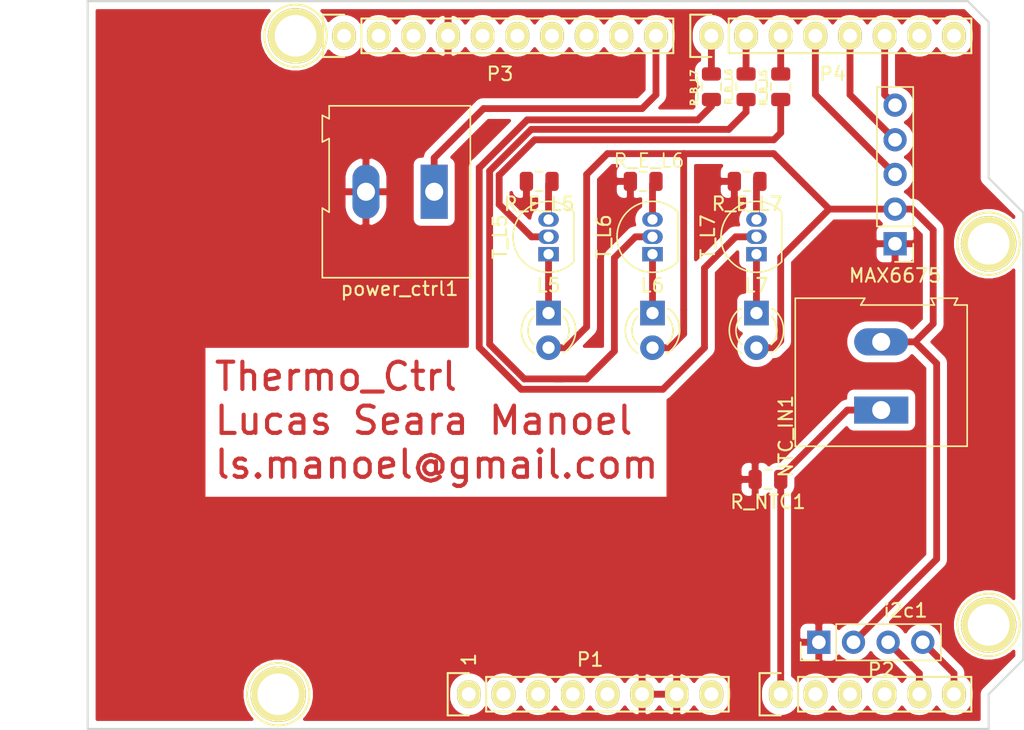
<source format=kicad_pcb>
(kicad_pcb (version 20171130) (host pcbnew 5.1.5-52549c5~84~ubuntu18.04.1)

  (general
    (thickness 1.6)
    (drawings 28)
    (tracks 87)
    (zones 0)
    (modules 25)
    (nets 42)
  )

  (page A4)
  (title_block
    (date "lun. 30 mars 2015")
  )

  (layers
    (0 F.Cu signal)
    (31 B.Cu signal)
    (32 B.Adhes user)
    (33 F.Adhes user)
    (34 B.Paste user)
    (35 F.Paste user)
    (36 B.SilkS user)
    (37 F.SilkS user)
    (38 B.Mask user)
    (39 F.Mask user)
    (40 Dwgs.User user)
    (41 Cmts.User user)
    (42 Eco1.User user)
    (43 Eco2.User user)
    (44 Edge.Cuts user)
    (45 Margin user)
    (46 B.CrtYd user)
    (47 F.CrtYd user)
    (48 B.Fab user)
    (49 F.Fab user)
  )

  (setup
    (last_trace_width 0.5)
    (user_trace_width 0.5)
    (user_trace_width 1)
    (trace_clearance 0.2)
    (zone_clearance 0.508)
    (zone_45_only no)
    (trace_min 0.2)
    (via_size 0.6)
    (via_drill 0.4)
    (via_min_size 0.4)
    (via_min_drill 0.3)
    (uvia_size 0.3)
    (uvia_drill 0.1)
    (uvias_allowed no)
    (uvia_min_size 0.2)
    (uvia_min_drill 0.1)
    (edge_width 0.15)
    (segment_width 0.15)
    (pcb_text_width 0.3)
    (pcb_text_size 1.5 1.5)
    (mod_edge_width 0.15)
    (mod_text_size 1 1)
    (mod_text_width 0.15)
    (pad_size 4.064 4.064)
    (pad_drill 3.048)
    (pad_to_mask_clearance 0)
    (aux_axis_origin 110.998 126.365)
    (grid_origin 110.998 126.365)
    (visible_elements FFFFFF7F)
    (pcbplotparams
      (layerselection 0x00030_80000001)
      (usegerberextensions false)
      (usegerberattributes false)
      (usegerberadvancedattributes false)
      (creategerberjobfile false)
      (excludeedgelayer true)
      (linewidth 0.100000)
      (plotframeref false)
      (viasonmask false)
      (mode 1)
      (useauxorigin false)
      (hpglpennumber 1)
      (hpglpenspeed 20)
      (hpglpendiameter 15.000000)
      (psnegative false)
      (psa4output false)
      (plotreference true)
      (plotvalue true)
      (plotinvisibletext false)
      (padsonsilk false)
      (subtractmaskfromsilk false)
      (outputformat 1)
      (mirror false)
      (drillshape 1)
      (scaleselection 1)
      (outputdirectory ""))
  )

  (net 0 "")
  (net 1 /IOREF)
  (net 2 /Reset)
  (net 3 +5V)
  (net 4 GND)
  (net 5 /Vin)
  (net 6 /A0)
  (net 7 /A1)
  (net 8 /A2)
  (net 9 /A3)
  (net 10 /AREF)
  (net 11 "/A4(SDA)")
  (net 12 "/A5(SCL)")
  (net 13 "/9(**)")
  (net 14 /8)
  (net 15 /7)
  (net 16 "/6(**)")
  (net 17 "/5(**)")
  (net 18 /4)
  (net 19 "/3(**)")
  (net 20 /2)
  (net 21 "/1(Tx)")
  (net 22 "/0(Rx)")
  (net 23 "Net-(P5-Pad1)")
  (net 24 "Net-(P6-Pad1)")
  (net 25 "Net-(P7-Pad1)")
  (net 26 "Net-(P8-Pad1)")
  (net 27 "/13(SCK)")
  (net 28 "/10(**/SS)")
  (net 29 "Net-(P1-Pad1)")
  (net 30 +3V3)
  (net 31 "/12(MISO)")
  (net 32 "/11(**/MOSI)")
  (net 33 "Net-(L5-Pad1)")
  (net 34 "Net-(L6-Pad1)")
  (net 35 "Net-(L7-Pad1)")
  (net 36 "Net-(R_B_L5-Pad1)")
  (net 37 "Net-(R_B_L6-Pad1)")
  (net 38 "Net-(R_B_L7-Pad1)")
  (net 39 "Net-(R_E_L5-Pad1)")
  (net 40 "Net-(R_E_L6-Pad1)")
  (net 41 "Net-(R_E_L7-Pad1)")

  (net_class Default "This is the default net class."
    (clearance 0.2)
    (trace_width 0.25)
    (via_dia 0.6)
    (via_drill 0.4)
    (uvia_dia 0.3)
    (uvia_drill 0.1)
    (add_net +3V3)
    (add_net +5V)
    (add_net "/0(Rx)")
    (add_net "/1(Tx)")
    (add_net "/10(**/SS)")
    (add_net "/11(**/MOSI)")
    (add_net "/12(MISO)")
    (add_net "/13(SCK)")
    (add_net /2)
    (add_net "/3(**)")
    (add_net /4)
    (add_net "/5(**)")
    (add_net "/6(**)")
    (add_net /7)
    (add_net /8)
    (add_net "/9(**)")
    (add_net /A0)
    (add_net /A1)
    (add_net /A2)
    (add_net /A3)
    (add_net "/A4(SDA)")
    (add_net "/A5(SCL)")
    (add_net /AREF)
    (add_net /IOREF)
    (add_net /Reset)
    (add_net /Vin)
    (add_net GND)
    (add_net "Net-(L5-Pad1)")
    (add_net "Net-(L6-Pad1)")
    (add_net "Net-(L7-Pad1)")
    (add_net "Net-(P1-Pad1)")
    (add_net "Net-(P5-Pad1)")
    (add_net "Net-(P6-Pad1)")
    (add_net "Net-(P7-Pad1)")
    (add_net "Net-(P8-Pad1)")
    (add_net "Net-(R_B_L5-Pad1)")
    (add_net "Net-(R_B_L6-Pad1)")
    (add_net "Net-(R_B_L7-Pad1)")
    (add_net "Net-(R_E_L5-Pad1)")
    (add_net "Net-(R_E_L6-Pad1)")
    (add_net "Net-(R_E_L7-Pad1)")
  )

  (module TerminalBlock:TerminalBlock_Altech_AK300-2_P5.00mm (layer F.Cu) (tedit 59FF0306) (tstamp 5E1BFE80)
    (at 136.398 86.995 180)
    (descr "Altech AK300 terminal block, pitch 5.0mm, 45 degree angled, see http://www.mouser.com/ds/2/16/PCBMETRC-24178.pdf")
    (tags "Altech AK300 terminal block pitch 5.0mm")
    (path /5E3615C0)
    (fp_text reference power_ctrl1 (at 2.54 -7.112) (layer F.SilkS)
      (effects (font (size 1 1) (thickness 0.15)))
    )
    (fp_text value Conn_01x02 (at 2.78 7.75) (layer F.Fab)
      (effects (font (size 1 1) (thickness 0.15)))
    )
    (fp_arc (start -1.13 -4.65) (end -1.42 -4.13) (angle 104.2) (layer F.Fab) (width 0.1))
    (fp_arc (start -0.01 -3.71) (end -1.62 -5) (angle 100) (layer F.Fab) (width 0.1))
    (fp_arc (start 0.06 -6.07) (end 1.53 -4.12) (angle 75.5) (layer F.Fab) (width 0.1))
    (fp_arc (start 1.03 -4.59) (end 1.53 -5.05) (angle 90.5) (layer F.Fab) (width 0.1))
    (fp_arc (start 3.87 -4.65) (end 3.58 -4.13) (angle 104.2) (layer F.Fab) (width 0.1))
    (fp_arc (start 4.99 -3.71) (end 3.39 -5) (angle 100) (layer F.Fab) (width 0.1))
    (fp_arc (start 5.07 -6.07) (end 6.53 -4.12) (angle 75.5) (layer F.Fab) (width 0.1))
    (fp_arc (start 6.03 -4.59) (end 6.54 -5.05) (angle 90.5) (layer F.Fab) (width 0.1))
    (fp_line (start 8.36 6.47) (end -2.83 6.47) (layer F.CrtYd) (width 0.05))
    (fp_line (start 8.36 6.47) (end 8.36 -6.47) (layer F.CrtYd) (width 0.05))
    (fp_line (start -2.83 -6.47) (end -2.83 6.47) (layer F.CrtYd) (width 0.05))
    (fp_line (start -2.83 -6.47) (end 8.36 -6.47) (layer F.CrtYd) (width 0.05))
    (fp_line (start 3.36 -0.25) (end 6.67 -0.25) (layer F.Fab) (width 0.1))
    (fp_line (start 2.98 -0.25) (end 3.36 -0.25) (layer F.Fab) (width 0.1))
    (fp_line (start 7.05 -0.25) (end 6.67 -0.25) (layer F.Fab) (width 0.1))
    (fp_line (start 6.67 -0.64) (end 3.36 -0.64) (layer F.Fab) (width 0.1))
    (fp_line (start 7.61 -0.64) (end 6.67 -0.64) (layer F.Fab) (width 0.1))
    (fp_line (start 1.66 -0.64) (end 3.36 -0.64) (layer F.Fab) (width 0.1))
    (fp_line (start -1.64 -0.64) (end 1.66 -0.64) (layer F.Fab) (width 0.1))
    (fp_line (start -2.58 -0.64) (end -1.64 -0.64) (layer F.Fab) (width 0.1))
    (fp_line (start 1.66 -0.25) (end -1.64 -0.25) (layer F.Fab) (width 0.1))
    (fp_line (start 2.04 -0.25) (end 1.66 -0.25) (layer F.Fab) (width 0.1))
    (fp_line (start -2.02 -0.25) (end -1.64 -0.25) (layer F.Fab) (width 0.1))
    (fp_line (start -1.49 -4.32) (end 1.56 -4.95) (layer F.Fab) (width 0.1))
    (fp_line (start -1.62 -4.45) (end 1.44 -5.08) (layer F.Fab) (width 0.1))
    (fp_line (start 3.52 -4.32) (end 6.56 -4.95) (layer F.Fab) (width 0.1))
    (fp_line (start 3.39 -4.45) (end 6.44 -5.08) (layer F.Fab) (width 0.1))
    (fp_line (start 2.04 -5.97) (end -2.02 -5.97) (layer F.Fab) (width 0.1))
    (fp_line (start -2.02 -3.43) (end -2.02 -5.97) (layer F.Fab) (width 0.1))
    (fp_line (start 2.04 -3.43) (end -2.02 -3.43) (layer F.Fab) (width 0.1))
    (fp_line (start 2.04 -3.43) (end 2.04 -5.97) (layer F.Fab) (width 0.1))
    (fp_line (start 7.05 -3.43) (end 2.98 -3.43) (layer F.Fab) (width 0.1))
    (fp_line (start 7.05 -5.97) (end 7.05 -3.43) (layer F.Fab) (width 0.1))
    (fp_line (start 2.98 -5.97) (end 7.05 -5.97) (layer F.Fab) (width 0.1))
    (fp_line (start 2.98 -3.43) (end 2.98 -5.97) (layer F.Fab) (width 0.1))
    (fp_line (start 7.61 -3.17) (end 7.61 -1.65) (layer F.Fab) (width 0.1))
    (fp_line (start -2.58 -3.17) (end -2.58 -6.22) (layer F.Fab) (width 0.1))
    (fp_line (start -2.58 -3.17) (end 7.61 -3.17) (layer F.Fab) (width 0.1))
    (fp_line (start 7.61 -0.64) (end 7.61 4.06) (layer F.Fab) (width 0.1))
    (fp_line (start 7.61 -1.65) (end 7.61 -0.64) (layer F.Fab) (width 0.1))
    (fp_line (start -2.58 -0.64) (end -2.58 -3.17) (layer F.Fab) (width 0.1))
    (fp_line (start -2.58 6.22) (end -2.58 -0.64) (layer F.Fab) (width 0.1))
    (fp_line (start 6.67 0.51) (end 6.28 0.51) (layer F.Fab) (width 0.1))
    (fp_line (start 3.36 0.51) (end 3.74 0.51) (layer F.Fab) (width 0.1))
    (fp_line (start 1.66 0.51) (end 1.28 0.51) (layer F.Fab) (width 0.1))
    (fp_line (start -1.64 0.51) (end -1.26 0.51) (layer F.Fab) (width 0.1))
    (fp_line (start -1.64 3.68) (end -1.64 0.51) (layer F.Fab) (width 0.1))
    (fp_line (start 1.66 3.68) (end -1.64 3.68) (layer F.Fab) (width 0.1))
    (fp_line (start 1.66 3.68) (end 1.66 0.51) (layer F.Fab) (width 0.1))
    (fp_line (start 3.36 3.68) (end 3.36 0.51) (layer F.Fab) (width 0.1))
    (fp_line (start 6.67 3.68) (end 3.36 3.68) (layer F.Fab) (width 0.1))
    (fp_line (start 6.67 3.68) (end 6.67 0.51) (layer F.Fab) (width 0.1))
    (fp_line (start -2.02 4.32) (end -2.02 6.22) (layer F.Fab) (width 0.1))
    (fp_line (start 2.04 4.32) (end 2.04 -0.25) (layer F.Fab) (width 0.1))
    (fp_line (start 2.04 4.32) (end -2.02 4.32) (layer F.Fab) (width 0.1))
    (fp_line (start 7.05 4.32) (end 7.05 6.22) (layer F.Fab) (width 0.1))
    (fp_line (start 2.98 4.32) (end 2.98 -0.25) (layer F.Fab) (width 0.1))
    (fp_line (start 2.98 4.32) (end 7.05 4.32) (layer F.Fab) (width 0.1))
    (fp_line (start -2.02 6.22) (end 2.04 6.22) (layer F.Fab) (width 0.1))
    (fp_line (start -2.58 6.22) (end -2.02 6.22) (layer F.Fab) (width 0.1))
    (fp_line (start -2.02 -0.25) (end -2.02 4.32) (layer F.Fab) (width 0.1))
    (fp_line (start 2.04 6.22) (end 2.98 6.22) (layer F.Fab) (width 0.1))
    (fp_line (start 2.04 6.22) (end 2.04 4.32) (layer F.Fab) (width 0.1))
    (fp_line (start 7.05 6.22) (end 7.61 6.22) (layer F.Fab) (width 0.1))
    (fp_line (start 2.98 6.22) (end 7.05 6.22) (layer F.Fab) (width 0.1))
    (fp_line (start 7.05 -0.25) (end 7.05 4.32) (layer F.Fab) (width 0.1))
    (fp_line (start 2.98 6.22) (end 2.98 4.32) (layer F.Fab) (width 0.1))
    (fp_line (start 8.11 3.81) (end 8.11 5.46) (layer F.Fab) (width 0.1))
    (fp_line (start 7.61 4.06) (end 7.61 5.21) (layer F.Fab) (width 0.1))
    (fp_line (start 8.11 3.81) (end 7.61 4.06) (layer F.Fab) (width 0.1))
    (fp_line (start 7.61 5.21) (end 7.61 6.22) (layer F.Fab) (width 0.1))
    (fp_line (start 8.11 5.46) (end 7.61 5.21) (layer F.Fab) (width 0.1))
    (fp_line (start 8.11 -1.4) (end 7.61 -1.65) (layer F.Fab) (width 0.1))
    (fp_line (start 8.11 -6.22) (end 8.11 -1.4) (layer F.Fab) (width 0.1))
    (fp_line (start 7.61 -6.22) (end 8.11 -6.22) (layer F.Fab) (width 0.1))
    (fp_line (start 7.61 -6.22) (end -2.58 -6.22) (layer F.Fab) (width 0.1))
    (fp_line (start 7.61 -6.22) (end 7.61 -3.17) (layer F.Fab) (width 0.1))
    (fp_line (start 3.74 2.54) (end 3.74 -0.25) (layer F.Fab) (width 0.1))
    (fp_line (start 3.74 -0.25) (end 6.28 -0.25) (layer F.Fab) (width 0.1))
    (fp_line (start 6.28 2.54) (end 6.28 -0.25) (layer F.Fab) (width 0.1))
    (fp_line (start 3.74 2.54) (end 6.28 2.54) (layer F.Fab) (width 0.1))
    (fp_line (start -1.26 2.54) (end -1.26 -0.25) (layer F.Fab) (width 0.1))
    (fp_line (start -1.26 -0.25) (end 1.28 -0.25) (layer F.Fab) (width 0.1))
    (fp_line (start 1.28 2.54) (end 1.28 -0.25) (layer F.Fab) (width 0.1))
    (fp_line (start -1.26 2.54) (end 1.28 2.54) (layer F.Fab) (width 0.1))
    (fp_line (start 8.2 -6.3) (end -2.65 -6.3) (layer F.SilkS) (width 0.12))
    (fp_line (start 8.2 -1.2) (end 8.2 -6.3) (layer F.SilkS) (width 0.12))
    (fp_line (start 7.7 -1.5) (end 8.2 -1.2) (layer F.SilkS) (width 0.12))
    (fp_line (start 7.7 3.9) (end 7.7 -1.5) (layer F.SilkS) (width 0.12))
    (fp_line (start 8.2 3.65) (end 7.7 3.9) (layer F.SilkS) (width 0.12))
    (fp_line (start 8.2 3.7) (end 8.2 3.65) (layer F.SilkS) (width 0.12))
    (fp_line (start 8.2 5.6) (end 8.2 3.7) (layer F.SilkS) (width 0.12))
    (fp_line (start 7.7 5.35) (end 8.2 5.6) (layer F.SilkS) (width 0.12))
    (fp_line (start 7.7 6.3) (end 7.7 5.35) (layer F.SilkS) (width 0.12))
    (fp_line (start -2.65 6.3) (end 7.7 6.3) (layer F.SilkS) (width 0.12))
    (fp_line (start -2.65 -6.3) (end -2.65 6.3) (layer F.SilkS) (width 0.12))
    (fp_text user %R (at 2.5 -2) (layer F.Fab)
      (effects (font (size 1 1) (thickness 0.15)))
    )
    (pad 2 thru_hole oval (at 5 0 180) (size 1.98 3.96) (drill 1.32) (layers *.Cu *.Mask)
      (net 4 GND))
    (pad 1 thru_hole rect (at 0 0 180) (size 1.98 3.96) (drill 1.32) (layers *.Cu *.Mask)
      (net 14 /8))
    (model ${KISYS3DMOD}/TerminalBlock.3dshapes/TerminalBlock_Altech_AK300-2_P5.00mm.wrl
      (at (xyz 0 0 0))
      (scale (xyz 1 1 1))
      (rotate (xyz 0 0 0))
    )
  )

  (module Connector_PinHeader_2.54mm:PinHeader_1x04_P2.54mm_Vertical (layer F.Cu) (tedit 59FED5CC) (tstamp 5E1BD926)
    (at 164.592 120.015 90)
    (descr "Through hole straight pin header, 1x04, 2.54mm pitch, single row")
    (tags "Through hole pin header THT 1x04 2.54mm single row")
    (path /5E389CA3)
    (fp_text reference i2c1 (at 2.33 6.35) (layer F.SilkS)
      (effects (font (size 1 1) (thickness 0.15)))
    )
    (fp_text value I2C (at -0.254 9.652 90) (layer F.Fab)
      (effects (font (size 1 1) (thickness 0.15)))
    )
    (fp_line (start 1.8 -1.8) (end -1.8 -1.8) (layer F.CrtYd) (width 0.05))
    (fp_line (start 1.8 9.4) (end 1.8 -1.8) (layer F.CrtYd) (width 0.05))
    (fp_line (start -1.8 9.4) (end 1.8 9.4) (layer F.CrtYd) (width 0.05))
    (fp_line (start -1.8 -1.8) (end -1.8 9.4) (layer F.CrtYd) (width 0.05))
    (fp_line (start -1.33 -1.33) (end 0 -1.33) (layer F.SilkS) (width 0.12))
    (fp_line (start -1.33 0) (end -1.33 -1.33) (layer F.SilkS) (width 0.12))
    (fp_line (start -1.33 1.27) (end 1.33 1.27) (layer F.SilkS) (width 0.12))
    (fp_line (start 1.33 1.27) (end 1.33 8.95) (layer F.SilkS) (width 0.12))
    (fp_line (start -1.33 1.27) (end -1.33 8.95) (layer F.SilkS) (width 0.12))
    (fp_line (start -1.33 8.95) (end 1.33 8.95) (layer F.SilkS) (width 0.12))
    (fp_line (start -1.27 -0.635) (end -0.635 -1.27) (layer F.Fab) (width 0.1))
    (fp_line (start -1.27 8.89) (end -1.27 -0.635) (layer F.Fab) (width 0.1))
    (fp_line (start 1.27 8.89) (end -1.27 8.89) (layer F.Fab) (width 0.1))
    (fp_line (start 1.27 -1.27) (end 1.27 8.89) (layer F.Fab) (width 0.1))
    (fp_line (start -0.635 -1.27) (end 1.27 -1.27) (layer F.Fab) (width 0.1))
    (pad 4 thru_hole oval (at 0 7.62 90) (size 1.7 1.7) (drill 1) (layers *.Cu *.Mask)
      (net 12 "/A5(SCL)"))
    (pad 3 thru_hole oval (at 0 5.08 90) (size 1.7 1.7) (drill 1) (layers *.Cu *.Mask)
      (net 11 "/A4(SDA)"))
    (pad 2 thru_hole oval (at 0 2.54 90) (size 1.7 1.7) (drill 1) (layers *.Cu *.Mask)
      (net 3 +5V))
    (pad 1 thru_hole rect (at 0 0 90) (size 1.7 1.7) (drill 1) (layers *.Cu *.Mask)
      (net 4 GND))
    (model ${KISYS3DMOD}/Connector_PinHeader_2.54mm.3dshapes/PinHeader_1x04_P2.54mm_Vertical.wrl
      (at (xyz 0 0 0))
      (scale (xyz 1 1 1))
      (rotate (xyz 0 0 0))
    )
  )

  (module Resistor_SMD:R_0805_2012Metric (layer F.Cu) (tedit 5B36C52B) (tstamp 5E1B6A18)
    (at 159.3365 86.233 180)
    (descr "Resistor SMD 0805 (2012 Metric), square (rectangular) end terminal, IPC_7351 nominal, (Body size source: https://docs.google.com/spreadsheets/d/1BsfQQcO9C6DZCsRaXUlFlo91Tg2WpOkGARC1WS5S8t0/edit?usp=sharing), generated with kicad-footprint-generator")
    (tags resistor)
    (path /5E1DD59C)
    (attr smd)
    (fp_text reference R_E_L7 (at 0 -1.65) (layer F.SilkS)
      (effects (font (size 1 1) (thickness 0.15)))
    )
    (fp_text value 500 (at 0 1.65) (layer F.Fab) hide
      (effects (font (size 1 1) (thickness 0.15)))
    )
    (fp_line (start 1.68 0.95) (end -1.68 0.95) (layer F.CrtYd) (width 0.05))
    (fp_line (start 1.68 -0.95) (end 1.68 0.95) (layer F.CrtYd) (width 0.05))
    (fp_line (start -1.68 -0.95) (end 1.68 -0.95) (layer F.CrtYd) (width 0.05))
    (fp_line (start -1.68 0.95) (end -1.68 -0.95) (layer F.CrtYd) (width 0.05))
    (fp_line (start -0.258578 0.71) (end 0.258578 0.71) (layer F.SilkS) (width 0.12))
    (fp_line (start -0.258578 -0.71) (end 0.258578 -0.71) (layer F.SilkS) (width 0.12))
    (fp_line (start 1 0.6) (end -1 0.6) (layer F.Fab) (width 0.1))
    (fp_line (start 1 -0.6) (end 1 0.6) (layer F.Fab) (width 0.1))
    (fp_line (start -1 -0.6) (end 1 -0.6) (layer F.Fab) (width 0.1))
    (fp_line (start -1 0.6) (end -1 -0.6) (layer F.Fab) (width 0.1))
    (pad 2 smd roundrect (at 0.9375 0 180) (size 0.975 1.4) (layers F.Cu F.Paste F.Mask) (roundrect_rratio 0.25)
      (net 4 GND))
    (pad 1 smd roundrect (at -0.9375 0 180) (size 0.975 1.4) (layers F.Cu F.Paste F.Mask) (roundrect_rratio 0.25)
      (net 41 "Net-(R_E_L7-Pad1)"))
    (model ${KISYS3DMOD}/Resistor_SMD.3dshapes/R_0805_2012Metric.wrl
      (at (xyz 0 0 0))
      (scale (xyz 1 1 1))
      (rotate (xyz 0 0 0))
    )
  )

  (module Package_TO_SOT_THT:TO-92_Inline (layer F.Cu) (tedit 5A1DD157) (tstamp 5E1B6A5F)
    (at 160.02 91.567 90)
    (descr "TO-92 leads in-line, narrow, oval pads, drill 0.75mm (see NXP sot054_po.pdf)")
    (tags "to-92 sc-43 sc-43a sot54 PA33 transistor")
    (path /5E1DD590)
    (fp_text reference T_L7 (at 1.27 -3.56 90) (layer F.SilkS)
      (effects (font (size 1 1) (thickness 0.15)))
    )
    (fp_text value BC337 (at 1.27 2.79 90) (layer F.Fab)
      (effects (font (size 1 1) (thickness 0.15)))
    )
    (fp_arc (start 1.27 0) (end 1.27 -2.6) (angle 135) (layer F.SilkS) (width 0.12))
    (fp_arc (start 1.27 0) (end 1.27 -2.48) (angle -135) (layer F.Fab) (width 0.1))
    (fp_arc (start 1.27 0) (end 1.27 -2.6) (angle -135) (layer F.SilkS) (width 0.12))
    (fp_arc (start 1.27 0) (end 1.27 -2.48) (angle 135) (layer F.Fab) (width 0.1))
    (fp_line (start 4 2.01) (end -1.46 2.01) (layer F.CrtYd) (width 0.05))
    (fp_line (start 4 2.01) (end 4 -2.73) (layer F.CrtYd) (width 0.05))
    (fp_line (start -1.46 -2.73) (end -1.46 2.01) (layer F.CrtYd) (width 0.05))
    (fp_line (start -1.46 -2.73) (end 4 -2.73) (layer F.CrtYd) (width 0.05))
    (fp_line (start -0.5 1.75) (end 3 1.75) (layer F.Fab) (width 0.1))
    (fp_line (start -0.53 1.85) (end 3.07 1.85) (layer F.SilkS) (width 0.12))
    (fp_text user %R (at 1.27 -3.56 90) (layer F.Fab)
      (effects (font (size 1 1) (thickness 0.15)))
    )
    (pad 1 thru_hole rect (at 0 0 90) (size 1.05 1.5) (drill 0.75) (layers *.Cu *.Mask)
      (net 35 "Net-(L7-Pad1)"))
    (pad 3 thru_hole oval (at 2.54 0 90) (size 1.05 1.5) (drill 0.75) (layers *.Cu *.Mask)
      (net 41 "Net-(R_E_L7-Pad1)"))
    (pad 2 thru_hole oval (at 1.27 0 90) (size 1.05 1.5) (drill 0.75) (layers *.Cu *.Mask)
      (net 38 "Net-(R_B_L7-Pad1)"))
    (model ${KISYS3DMOD}/Package_TO_SOT_THT.3dshapes/TO-92_Inline.wrl
      (at (xyz 0 0 0))
      (scale (xyz 1 1 1))
      (rotate (xyz 0 0 0))
    )
  )

  (module Connector_PinHeader_2.54mm:PinHeader_1x05_P2.54mm_Vertical (layer F.Cu) (tedit 59FED5CC) (tstamp 5E1BAA3F)
    (at 170.18 90.805 180)
    (descr "Through hole straight pin header, 1x05, 2.54mm pitch, single row")
    (tags "Through hole pin header THT 1x05 2.54mm single row")
    (path /5E290437)
    (fp_text reference MAX6675 (at 0 -2.33) (layer F.SilkS)
      (effects (font (size 1 1) (thickness 0.15)))
    )
    (fp_text value Conn_01x05 (at 0 12.49) (layer F.Fab)
      (effects (font (size 1 1) (thickness 0.15)))
    )
    (fp_text user %R (at 0 5.08 90) (layer F.Fab)
      (effects (font (size 1 1) (thickness 0.15)))
    )
    (fp_line (start 1.8 -1.8) (end -1.8 -1.8) (layer F.CrtYd) (width 0.05))
    (fp_line (start 1.8 11.95) (end 1.8 -1.8) (layer F.CrtYd) (width 0.05))
    (fp_line (start -1.8 11.95) (end 1.8 11.95) (layer F.CrtYd) (width 0.05))
    (fp_line (start -1.8 -1.8) (end -1.8 11.95) (layer F.CrtYd) (width 0.05))
    (fp_line (start -1.33 -1.33) (end 0 -1.33) (layer F.SilkS) (width 0.12))
    (fp_line (start -1.33 0) (end -1.33 -1.33) (layer F.SilkS) (width 0.12))
    (fp_line (start -1.33 1.27) (end 1.33 1.27) (layer F.SilkS) (width 0.12))
    (fp_line (start 1.33 1.27) (end 1.33 11.49) (layer F.SilkS) (width 0.12))
    (fp_line (start -1.33 1.27) (end -1.33 11.49) (layer F.SilkS) (width 0.12))
    (fp_line (start -1.33 11.49) (end 1.33 11.49) (layer F.SilkS) (width 0.12))
    (fp_line (start -1.27 -0.635) (end -0.635 -1.27) (layer F.Fab) (width 0.1))
    (fp_line (start -1.27 11.43) (end -1.27 -0.635) (layer F.Fab) (width 0.1))
    (fp_line (start 1.27 11.43) (end -1.27 11.43) (layer F.Fab) (width 0.1))
    (fp_line (start 1.27 -1.27) (end 1.27 11.43) (layer F.Fab) (width 0.1))
    (fp_line (start -0.635 -1.27) (end 1.27 -1.27) (layer F.Fab) (width 0.1))
    (pad 5 thru_hole oval (at 0 10.16 180) (size 1.7 1.7) (drill 1) (layers *.Cu *.Mask)
      (net 20 /2))
    (pad 4 thru_hole oval (at 0 7.62 180) (size 1.7 1.7) (drill 1) (layers *.Cu *.Mask)
      (net 19 "/3(**)"))
    (pad 3 thru_hole oval (at 0 5.08 180) (size 1.7 1.7) (drill 1) (layers *.Cu *.Mask)
      (net 18 /4))
    (pad 2 thru_hole oval (at 0 2.54 180) (size 1.7 1.7) (drill 1) (layers *.Cu *.Mask)
      (net 3 +5V))
    (pad 1 thru_hole rect (at 0 0 180) (size 1.7 1.7) (drill 1) (layers *.Cu *.Mask)
      (net 4 GND))
    (model ${KISYS3DMOD}/Connector_PinHeader_2.54mm.3dshapes/PinHeader_1x05_P2.54mm_Vertical.wrl
      (at (xyz 0 0 0))
      (scale (xyz 1 1 1))
      (rotate (xyz 0 0 0))
    )
  )

  (module Package_TO_SOT_THT:TO-92_Inline (layer F.Cu) (tedit 5A1DD157) (tstamp 5E1B6A4D)
    (at 152.4 91.567 90)
    (descr "TO-92 leads in-line, narrow, oval pads, drill 0.75mm (see NXP sot054_po.pdf)")
    (tags "to-92 sc-43 sc-43a sot54 PA33 transistor")
    (path /5E245907)
    (fp_text reference T_L6 (at 1.27 -3.56 90) (layer F.SilkS)
      (effects (font (size 1 1) (thickness 0.15)))
    )
    (fp_text value BC337 (at 1.27 2.79 90) (layer F.Fab)
      (effects (font (size 1 1) (thickness 0.15)))
    )
    (fp_arc (start 1.27 0) (end 1.27 -2.6) (angle 135) (layer F.SilkS) (width 0.12))
    (fp_arc (start 1.27 0) (end 1.27 -2.48) (angle -135) (layer F.Fab) (width 0.1))
    (fp_arc (start 1.27 0) (end 1.27 -2.6) (angle -135) (layer F.SilkS) (width 0.12))
    (fp_arc (start 1.27 0) (end 1.27 -2.48) (angle 135) (layer F.Fab) (width 0.1))
    (fp_line (start 4 2.01) (end -1.46 2.01) (layer F.CrtYd) (width 0.05))
    (fp_line (start 4 2.01) (end 4 -2.73) (layer F.CrtYd) (width 0.05))
    (fp_line (start -1.46 -2.73) (end -1.46 2.01) (layer F.CrtYd) (width 0.05))
    (fp_line (start -1.46 -2.73) (end 4 -2.73) (layer F.CrtYd) (width 0.05))
    (fp_line (start -0.5 1.75) (end 3 1.75) (layer F.Fab) (width 0.1))
    (fp_line (start -0.53 1.85) (end 3.07 1.85) (layer F.SilkS) (width 0.12))
    (fp_text user %R (at 1.27 -3.56 90) (layer F.Fab)
      (effects (font (size 1 1) (thickness 0.15)))
    )
    (pad 1 thru_hole rect (at 0 0 90) (size 1.05 1.5) (drill 0.75) (layers *.Cu *.Mask)
      (net 34 "Net-(L6-Pad1)"))
    (pad 3 thru_hole oval (at 2.54 0 90) (size 1.05 1.5) (drill 0.75) (layers *.Cu *.Mask)
      (net 40 "Net-(R_E_L6-Pad1)"))
    (pad 2 thru_hole oval (at 1.27 0 90) (size 1.05 1.5) (drill 0.75) (layers *.Cu *.Mask)
      (net 37 "Net-(R_B_L6-Pad1)"))
    (model ${KISYS3DMOD}/Package_TO_SOT_THT.3dshapes/TO-92_Inline.wrl
      (at (xyz 0 0 0))
      (scale (xyz 1 1 1))
      (rotate (xyz 0 0 0))
    )
  )

  (module Package_TO_SOT_THT:TO-92_Inline (layer F.Cu) (tedit 5A1DD157) (tstamp 5E1B6A3B)
    (at 144.78 91.567 90)
    (descr "TO-92 leads in-line, narrow, oval pads, drill 0.75mm (see NXP sot054_po.pdf)")
    (tags "to-92 sc-43 sc-43a sot54 PA33 transistor")
    (path /5E247C13)
    (fp_text reference T_L5 (at 1.27 -3.56 90) (layer F.SilkS)
      (effects (font (size 1 1) (thickness 0.15)))
    )
    (fp_text value BC337 (at 1.27 2.79 90) (layer F.Fab)
      (effects (font (size 1 1) (thickness 0.15)))
    )
    (fp_arc (start 1.27 0) (end 1.27 -2.6) (angle 135) (layer F.SilkS) (width 0.12))
    (fp_arc (start 1.27 0) (end 1.27 -2.48) (angle -135) (layer F.Fab) (width 0.1))
    (fp_arc (start 1.27 0) (end 1.27 -2.6) (angle -135) (layer F.SilkS) (width 0.12))
    (fp_arc (start 1.27 0) (end 1.27 -2.48) (angle 135) (layer F.Fab) (width 0.1))
    (fp_line (start 4 2.01) (end -1.46 2.01) (layer F.CrtYd) (width 0.05))
    (fp_line (start 4 2.01) (end 4 -2.73) (layer F.CrtYd) (width 0.05))
    (fp_line (start -1.46 -2.73) (end -1.46 2.01) (layer F.CrtYd) (width 0.05))
    (fp_line (start -1.46 -2.73) (end 4 -2.73) (layer F.CrtYd) (width 0.05))
    (fp_line (start -0.5 1.75) (end 3 1.75) (layer F.Fab) (width 0.1))
    (fp_line (start -0.53 1.85) (end 3.07 1.85) (layer F.SilkS) (width 0.12))
    (fp_text user %R (at 1.27 -3.56 90) (layer F.Fab)
      (effects (font (size 1 1) (thickness 0.15)))
    )
    (pad 1 thru_hole rect (at 0 0 90) (size 1.05 1.5) (drill 0.75) (layers *.Cu *.Mask)
      (net 33 "Net-(L5-Pad1)"))
    (pad 3 thru_hole oval (at 2.54 0 90) (size 1.05 1.5) (drill 0.75) (layers *.Cu *.Mask)
      (net 39 "Net-(R_E_L5-Pad1)"))
    (pad 2 thru_hole oval (at 1.27 0 90) (size 1.05 1.5) (drill 0.75) (layers *.Cu *.Mask)
      (net 36 "Net-(R_B_L5-Pad1)"))
    (model ${KISYS3DMOD}/Package_TO_SOT_THT.3dshapes/TO-92_Inline.wrl
      (at (xyz 0 0 0))
      (scale (xyz 1 1 1))
      (rotate (xyz 0 0 0))
    )
  )

  (module Resistor_SMD:R_0805_2012Metric (layer F.Cu) (tedit 5B36C52B) (tstamp 5E1B6A29)
    (at 160.8605 108.077 180)
    (descr "Resistor SMD 0805 (2012 Metric), square (rectangular) end terminal, IPC_7351 nominal, (Body size source: https://docs.google.com/spreadsheets/d/1BsfQQcO9C6DZCsRaXUlFlo91Tg2WpOkGARC1WS5S8t0/edit?usp=sharing), generated with kicad-footprint-generator")
    (tags resistor)
    (path /5E1AB9D1)
    (attr smd)
    (fp_text reference R_NTC1 (at 0 -1.65) (layer F.SilkS)
      (effects (font (size 1 1) (thickness 0.15)))
    )
    (fp_text value "10 k" (at 0 1.65) (layer F.Fab) hide
      (effects (font (size 1 1) (thickness 0.15)))
    )
    (fp_line (start 1.68 0.95) (end -1.68 0.95) (layer F.CrtYd) (width 0.05))
    (fp_line (start 1.68 -0.95) (end 1.68 0.95) (layer F.CrtYd) (width 0.05))
    (fp_line (start -1.68 -0.95) (end 1.68 -0.95) (layer F.CrtYd) (width 0.05))
    (fp_line (start -1.68 0.95) (end -1.68 -0.95) (layer F.CrtYd) (width 0.05))
    (fp_line (start -0.258578 0.71) (end 0.258578 0.71) (layer F.SilkS) (width 0.12))
    (fp_line (start -0.258578 -0.71) (end 0.258578 -0.71) (layer F.SilkS) (width 0.12))
    (fp_line (start 1 0.6) (end -1 0.6) (layer F.Fab) (width 0.1))
    (fp_line (start 1 -0.6) (end 1 0.6) (layer F.Fab) (width 0.1))
    (fp_line (start -1 -0.6) (end 1 -0.6) (layer F.Fab) (width 0.1))
    (fp_line (start -1 0.6) (end -1 -0.6) (layer F.Fab) (width 0.1))
    (pad 2 smd roundrect (at 0.9375 0 180) (size 0.975 1.4) (layers F.Cu F.Paste F.Mask) (roundrect_rratio 0.25)
      (net 4 GND))
    (pad 1 smd roundrect (at -0.9375 0 180) (size 0.975 1.4) (layers F.Cu F.Paste F.Mask) (roundrect_rratio 0.25)
      (net 6 /A0))
    (model ${KISYS3DMOD}/Resistor_SMD.3dshapes/R_0805_2012Metric.wrl
      (at (xyz 0 0 0))
      (scale (xyz 1 1 1))
      (rotate (xyz 0 0 0))
    )
  )

  (module Resistor_SMD:R_0805_2012Metric (layer F.Cu) (tedit 5B36C52B) (tstamp 5E1B6A07)
    (at 151.7165 86.233 180)
    (descr "Resistor SMD 0805 (2012 Metric), square (rectangular) end terminal, IPC_7351 nominal, (Body size source: https://docs.google.com/spreadsheets/d/1BsfQQcO9C6DZCsRaXUlFlo91Tg2WpOkGARC1WS5S8t0/edit?usp=sharing), generated with kicad-footprint-generator")
    (tags resistor)
    (path /5E245913)
    (attr smd)
    (fp_text reference R_E_L6 (at -0.4295 1.524) (layer F.SilkS)
      (effects (font (size 1 1) (thickness 0.125)))
    )
    (fp_text value 500 (at 0 1.65) (layer F.Fab) hide
      (effects (font (size 1 1) (thickness 0.15)))
    )
    (fp_line (start 1.68 0.95) (end -1.68 0.95) (layer F.CrtYd) (width 0.05))
    (fp_line (start 1.68 -0.95) (end 1.68 0.95) (layer F.CrtYd) (width 0.05))
    (fp_line (start -1.68 -0.95) (end 1.68 -0.95) (layer F.CrtYd) (width 0.05))
    (fp_line (start -1.68 0.95) (end -1.68 -0.95) (layer F.CrtYd) (width 0.05))
    (fp_line (start -0.258578 0.71) (end 0.258578 0.71) (layer F.SilkS) (width 0.12))
    (fp_line (start -0.258578 -0.71) (end 0.258578 -0.71) (layer F.SilkS) (width 0.12))
    (fp_line (start 1 0.6) (end -1 0.6) (layer F.Fab) (width 0.1))
    (fp_line (start 1 -0.6) (end 1 0.6) (layer F.Fab) (width 0.1))
    (fp_line (start -1 -0.6) (end 1 -0.6) (layer F.Fab) (width 0.1))
    (fp_line (start -1 0.6) (end -1 -0.6) (layer F.Fab) (width 0.1))
    (pad 2 smd roundrect (at 0.9375 0 180) (size 0.975 1.4) (layers F.Cu F.Paste F.Mask) (roundrect_rratio 0.25)
      (net 4 GND))
    (pad 1 smd roundrect (at -0.9375 0 180) (size 0.975 1.4) (layers F.Cu F.Paste F.Mask) (roundrect_rratio 0.25)
      (net 40 "Net-(R_E_L6-Pad1)"))
    (model ${KISYS3DMOD}/Resistor_SMD.3dshapes/R_0805_2012Metric.wrl
      (at (xyz 0 0 0))
      (scale (xyz 1 1 1))
      (rotate (xyz 0 0 0))
    )
  )

  (module Resistor_SMD:R_0805_2012Metric (layer F.Cu) (tedit 5B36C52B) (tstamp 5E1B69F6)
    (at 144.0965 86.233 180)
    (descr "Resistor SMD 0805 (2012 Metric), square (rectangular) end terminal, IPC_7351 nominal, (Body size source: https://docs.google.com/spreadsheets/d/1BsfQQcO9C6DZCsRaXUlFlo91Tg2WpOkGARC1WS5S8t0/edit?usp=sharing), generated with kicad-footprint-generator")
    (tags resistor)
    (path /5E247C1F)
    (attr smd)
    (fp_text reference R_E_L5 (at 0 -1.65) (layer F.SilkS)
      (effects (font (size 1 1) (thickness 0.15)))
    )
    (fp_text value 500 (at 1.016 -0.762) (layer F.Fab) hide
      (effects (font (size 1 1) (thickness 0.15)))
    )
    (fp_line (start 1.68 0.95) (end -1.68 0.95) (layer F.CrtYd) (width 0.05))
    (fp_line (start 1.68 -0.95) (end 1.68 0.95) (layer F.CrtYd) (width 0.05))
    (fp_line (start -1.68 -0.95) (end 1.68 -0.95) (layer F.CrtYd) (width 0.05))
    (fp_line (start -1.68 0.95) (end -1.68 -0.95) (layer F.CrtYd) (width 0.05))
    (fp_line (start -0.258578 0.71) (end 0.258578 0.71) (layer F.SilkS) (width 0.12))
    (fp_line (start -0.258578 -0.71) (end 0.258578 -0.71) (layer F.SilkS) (width 0.12))
    (fp_line (start 1 0.6) (end -1 0.6) (layer F.Fab) (width 0.1))
    (fp_line (start 1 -0.6) (end 1 0.6) (layer F.Fab) (width 0.1))
    (fp_line (start -1 -0.6) (end 1 -0.6) (layer F.Fab) (width 0.1))
    (fp_line (start -1 0.6) (end -1 -0.6) (layer F.Fab) (width 0.1))
    (pad 2 smd roundrect (at 0.9375 0 180) (size 0.975 1.4) (layers F.Cu F.Paste F.Mask) (roundrect_rratio 0.25)
      (net 4 GND))
    (pad 1 smd roundrect (at -0.9375 0 180) (size 0.975 1.4) (layers F.Cu F.Paste F.Mask) (roundrect_rratio 0.25)
      (net 39 "Net-(R_E_L5-Pad1)"))
    (model ${KISYS3DMOD}/Resistor_SMD.3dshapes/R_0805_2012Metric.wrl
      (at (xyz 0 0 0))
      (scale (xyz 1 1 1))
      (rotate (xyz 0 0 0))
    )
  )

  (module Resistor_SMD:R_0805_2012Metric (layer F.Cu) (tedit 5B36C52B) (tstamp 5E1B69E5)
    (at 156.718 79.2965 90)
    (descr "Resistor SMD 0805 (2012 Metric), square (rectangular) end terminal, IPC_7351 nominal, (Body size source: https://docs.google.com/spreadsheets/d/1BsfQQcO9C6DZCsRaXUlFlo91Tg2WpOkGARC1WS5S8t0/edit?usp=sharing), generated with kicad-footprint-generator")
    (tags resistor)
    (path /5E1DD5A2)
    (attr smd)
    (fp_text reference R_B_L7 (at -0.0785 -1.27 90) (layer F.SilkS)
      (effects (font (size 0.5 0.5) (thickness 0.125)))
    )
    (fp_text value "8 k" (at -3.4775 -1.27 90) (layer F.Fab) hide
      (effects (font (size 1 1) (thickness 0.15)))
    )
    (fp_line (start 1.68 0.95) (end -1.68 0.95) (layer F.CrtYd) (width 0.05))
    (fp_line (start 1.68 -0.95) (end 1.68 0.95) (layer F.CrtYd) (width 0.05))
    (fp_line (start -1.68 -0.95) (end 1.68 -0.95) (layer F.CrtYd) (width 0.05))
    (fp_line (start -1.68 0.95) (end -1.68 -0.95) (layer F.CrtYd) (width 0.05))
    (fp_line (start -0.258578 0.71) (end 0.258578 0.71) (layer F.SilkS) (width 0.12))
    (fp_line (start -0.258578 -0.71) (end 0.258578 -0.71) (layer F.SilkS) (width 0.12))
    (fp_line (start 1 0.6) (end -1 0.6) (layer F.Fab) (width 0.1))
    (fp_line (start 1 -0.6) (end 1 0.6) (layer F.Fab) (width 0.1))
    (fp_line (start -1 -0.6) (end 1 -0.6) (layer F.Fab) (width 0.1))
    (fp_line (start -1 0.6) (end -1 -0.6) (layer F.Fab) (width 0.1))
    (pad 2 smd roundrect (at 0.9375 0 90) (size 0.975 1.4) (layers F.Cu F.Paste F.Mask) (roundrect_rratio 0.25)
      (net 15 /7))
    (pad 1 smd roundrect (at -0.9375 0 90) (size 0.975 1.4) (layers F.Cu F.Paste F.Mask) (roundrect_rratio 0.25)
      (net 38 "Net-(R_B_L7-Pad1)"))
    (model ${KISYS3DMOD}/Resistor_SMD.3dshapes/R_0805_2012Metric.wrl
      (at (xyz 0 0 0))
      (scale (xyz 1 1 1))
      (rotate (xyz 0 0 0))
    )
  )

  (module Resistor_SMD:R_0805_2012Metric (layer F.Cu) (tedit 5B36C52B) (tstamp 5E1B69D4)
    (at 159.258 79.2965 90)
    (descr "Resistor SMD 0805 (2012 Metric), square (rectangular) end terminal, IPC_7351 nominal, (Body size source: https://docs.google.com/spreadsheets/d/1BsfQQcO9C6DZCsRaXUlFlo91Tg2WpOkGARC1WS5S8t0/edit?usp=sharing), generated with kicad-footprint-generator")
    (tags resistor)
    (path /5E245919)
    (attr smd)
    (fp_text reference R_B_L6 (at 0 -1.27 90) (layer F.SilkS)
      (effects (font (size 0.5 0.5) (thickness 0.125)))
    )
    (fp_text value "8 k" (at -3.4775 -1.27 90) (layer F.Fab) hide
      (effects (font (size 1 1) (thickness 0.15)))
    )
    (fp_line (start 1.68 0.95) (end -1.68 0.95) (layer F.CrtYd) (width 0.05))
    (fp_line (start 1.68 -0.95) (end 1.68 0.95) (layer F.CrtYd) (width 0.05))
    (fp_line (start -1.68 -0.95) (end 1.68 -0.95) (layer F.CrtYd) (width 0.05))
    (fp_line (start -1.68 0.95) (end -1.68 -0.95) (layer F.CrtYd) (width 0.05))
    (fp_line (start -0.258578 0.71) (end 0.258578 0.71) (layer F.SilkS) (width 0.12))
    (fp_line (start -0.258578 -0.71) (end 0.258578 -0.71) (layer F.SilkS) (width 0.12))
    (fp_line (start 1 0.6) (end -1 0.6) (layer F.Fab) (width 0.1))
    (fp_line (start 1 -0.6) (end 1 0.6) (layer F.Fab) (width 0.1))
    (fp_line (start -1 -0.6) (end 1 -0.6) (layer F.Fab) (width 0.1))
    (fp_line (start -1 0.6) (end -1 -0.6) (layer F.Fab) (width 0.1))
    (pad 2 smd roundrect (at 0.9375 0 90) (size 0.975 1.4) (layers F.Cu F.Paste F.Mask) (roundrect_rratio 0.25)
      (net 16 "/6(**)"))
    (pad 1 smd roundrect (at -0.9375 0 90) (size 0.975 1.4) (layers F.Cu F.Paste F.Mask) (roundrect_rratio 0.25)
      (net 37 "Net-(R_B_L6-Pad1)"))
    (model ${KISYS3DMOD}/Resistor_SMD.3dshapes/R_0805_2012Metric.wrl
      (at (xyz 0 0 0))
      (scale (xyz 1 1 1))
      (rotate (xyz 0 0 0))
    )
  )

  (module Resistor_SMD:R_0805_2012Metric (layer F.Cu) (tedit 5B36C52B) (tstamp 5E1B69C3)
    (at 161.798 79.2965 90)
    (descr "Resistor SMD 0805 (2012 Metric), square (rectangular) end terminal, IPC_7351 nominal, (Body size source: https://docs.google.com/spreadsheets/d/1BsfQQcO9C6DZCsRaXUlFlo91Tg2WpOkGARC1WS5S8t0/edit?usp=sharing), generated with kicad-footprint-generator")
    (tags resistor)
    (path /5E247C25)
    (attr smd)
    (fp_text reference R_B_L5 (at -0.0785 -1.27 90) (layer F.SilkS)
      (effects (font (size 0.5 0.5) (thickness 0.125)))
    )
    (fp_text value "8 k" (at -3.8885 -1.778 90) (layer F.Fab) hide
      (effects (font (size 1 1) (thickness 0.15)))
    )
    (fp_line (start 1.68 0.95) (end -1.68 0.95) (layer F.CrtYd) (width 0.05))
    (fp_line (start 1.68 -0.95) (end 1.68 0.95) (layer F.CrtYd) (width 0.05))
    (fp_line (start -1.68 -0.95) (end 1.68 -0.95) (layer F.CrtYd) (width 0.05))
    (fp_line (start -1.68 0.95) (end -1.68 -0.95) (layer F.CrtYd) (width 0.05))
    (fp_line (start -0.258578 0.71) (end 0.258578 0.71) (layer F.SilkS) (width 0.12))
    (fp_line (start -0.258578 -0.71) (end 0.258578 -0.71) (layer F.SilkS) (width 0.12))
    (fp_line (start 1 0.6) (end -1 0.6) (layer F.Fab) (width 0.1))
    (fp_line (start 1 -0.6) (end 1 0.6) (layer F.Fab) (width 0.1))
    (fp_line (start -1 -0.6) (end 1 -0.6) (layer F.Fab) (width 0.1))
    (fp_line (start -1 0.6) (end -1 -0.6) (layer F.Fab) (width 0.1))
    (pad 2 smd roundrect (at 0.9375 0 90) (size 0.975 1.4) (layers F.Cu F.Paste F.Mask) (roundrect_rratio 0.25)
      (net 17 "/5(**)"))
    (pad 1 smd roundrect (at -0.9375 0 90) (size 0.975 1.4) (layers F.Cu F.Paste F.Mask) (roundrect_rratio 0.25)
      (net 36 "Net-(R_B_L5-Pad1)"))
    (model ${KISYS3DMOD}/Resistor_SMD.3dshapes/R_0805_2012Metric.wrl
      (at (xyz 0 0 0))
      (scale (xyz 1 1 1))
      (rotate (xyz 0 0 0))
    )
  )

  (module TerminalBlock:TerminalBlock_Altech_AK300-2_P5.00mm (layer F.Cu) (tedit 59FF0306) (tstamp 5E1B68DA)
    (at 169.164 102.997 90)
    (descr "Altech AK300 terminal block, pitch 5.0mm, 45 degree angled, see http://www.mouser.com/ds/2/16/PCBMETRC-24178.pdf")
    (tags "Altech AK300 terminal block pitch 5.0mm")
    (path /5E1B65E2)
    (fp_text reference NTC_IN1 (at -1.92 -6.99 90) (layer F.SilkS)
      (effects (font (size 1 1) (thickness 0.15)))
    )
    (fp_text value Conn_01x02 (at -3.556 0.762 180) (layer F.Fab)
      (effects (font (size 1 1) (thickness 0.15)))
    )
    (fp_arc (start -1.13 -4.65) (end -1.42 -4.13) (angle 104.2) (layer F.Fab) (width 0.1))
    (fp_arc (start -0.01 -3.71) (end -1.62 -5) (angle 100) (layer F.Fab) (width 0.1))
    (fp_arc (start 0.06 -6.07) (end 1.53 -4.12) (angle 75.5) (layer F.Fab) (width 0.1))
    (fp_arc (start 1.03 -4.59) (end 1.53 -5.05) (angle 90.5) (layer F.Fab) (width 0.1))
    (fp_arc (start 3.87 -4.65) (end 3.58 -4.13) (angle 104.2) (layer F.Fab) (width 0.1))
    (fp_arc (start 4.99 -3.71) (end 3.39 -5) (angle 100) (layer F.Fab) (width 0.1))
    (fp_arc (start 5.07 -6.07) (end 6.53 -4.12) (angle 75.5) (layer F.Fab) (width 0.1))
    (fp_arc (start 6.03 -4.59) (end 6.54 -5.05) (angle 90.5) (layer F.Fab) (width 0.1))
    (fp_line (start 8.36 6.47) (end -2.83 6.47) (layer F.CrtYd) (width 0.05))
    (fp_line (start 8.36 6.47) (end 8.36 -6.47) (layer F.CrtYd) (width 0.05))
    (fp_line (start -2.83 -6.47) (end -2.83 6.47) (layer F.CrtYd) (width 0.05))
    (fp_line (start -2.83 -6.47) (end 8.36 -6.47) (layer F.CrtYd) (width 0.05))
    (fp_line (start 3.36 -0.25) (end 6.67 -0.25) (layer F.Fab) (width 0.1))
    (fp_line (start 2.98 -0.25) (end 3.36 -0.25) (layer F.Fab) (width 0.1))
    (fp_line (start 7.05 -0.25) (end 6.67 -0.25) (layer F.Fab) (width 0.1))
    (fp_line (start 6.67 -0.64) (end 3.36 -0.64) (layer F.Fab) (width 0.1))
    (fp_line (start 7.61 -0.64) (end 6.67 -0.64) (layer F.Fab) (width 0.1))
    (fp_line (start 1.66 -0.64) (end 3.36 -0.64) (layer F.Fab) (width 0.1))
    (fp_line (start -1.64 -0.64) (end 1.66 -0.64) (layer F.Fab) (width 0.1))
    (fp_line (start -2.58 -0.64) (end -1.64 -0.64) (layer F.Fab) (width 0.1))
    (fp_line (start 1.66 -0.25) (end -1.64 -0.25) (layer F.Fab) (width 0.1))
    (fp_line (start 2.04 -0.25) (end 1.66 -0.25) (layer F.Fab) (width 0.1))
    (fp_line (start -2.02 -0.25) (end -1.64 -0.25) (layer F.Fab) (width 0.1))
    (fp_line (start -1.49 -4.32) (end 1.56 -4.95) (layer F.Fab) (width 0.1))
    (fp_line (start -1.62 -4.45) (end 1.44 -5.08) (layer F.Fab) (width 0.1))
    (fp_line (start 3.52 -4.32) (end 6.56 -4.95) (layer F.Fab) (width 0.1))
    (fp_line (start 3.39 -4.45) (end 6.44 -5.08) (layer F.Fab) (width 0.1))
    (fp_line (start 2.04 -5.97) (end -2.02 -5.97) (layer F.Fab) (width 0.1))
    (fp_line (start -2.02 -3.43) (end -2.02 -5.97) (layer F.Fab) (width 0.1))
    (fp_line (start 2.04 -3.43) (end -2.02 -3.43) (layer F.Fab) (width 0.1))
    (fp_line (start 2.04 -3.43) (end 2.04 -5.97) (layer F.Fab) (width 0.1))
    (fp_line (start 7.05 -3.43) (end 2.98 -3.43) (layer F.Fab) (width 0.1))
    (fp_line (start 7.05 -5.97) (end 7.05 -3.43) (layer F.Fab) (width 0.1))
    (fp_line (start 2.98 -5.97) (end 7.05 -5.97) (layer F.Fab) (width 0.1))
    (fp_line (start 2.98 -3.43) (end 2.98 -5.97) (layer F.Fab) (width 0.1))
    (fp_line (start 7.61 -3.17) (end 7.61 -1.65) (layer F.Fab) (width 0.1))
    (fp_line (start -2.58 -3.17) (end -2.58 -6.22) (layer F.Fab) (width 0.1))
    (fp_line (start -2.58 -3.17) (end 7.61 -3.17) (layer F.Fab) (width 0.1))
    (fp_line (start 7.61 -0.64) (end 7.61 4.06) (layer F.Fab) (width 0.1))
    (fp_line (start 7.61 -1.65) (end 7.61 -0.64) (layer F.Fab) (width 0.1))
    (fp_line (start -2.58 -0.64) (end -2.58 -3.17) (layer F.Fab) (width 0.1))
    (fp_line (start -2.58 6.22) (end -2.58 -0.64) (layer F.Fab) (width 0.1))
    (fp_line (start 6.67 0.51) (end 6.28 0.51) (layer F.Fab) (width 0.1))
    (fp_line (start 3.36 0.51) (end 3.74 0.51) (layer F.Fab) (width 0.1))
    (fp_line (start 1.66 0.51) (end 1.28 0.51) (layer F.Fab) (width 0.1))
    (fp_line (start -1.64 0.51) (end -1.26 0.51) (layer F.Fab) (width 0.1))
    (fp_line (start -1.64 3.68) (end -1.64 0.51) (layer F.Fab) (width 0.1))
    (fp_line (start 1.66 3.68) (end -1.64 3.68) (layer F.Fab) (width 0.1))
    (fp_line (start 1.66 3.68) (end 1.66 0.51) (layer F.Fab) (width 0.1))
    (fp_line (start 3.36 3.68) (end 3.36 0.51) (layer F.Fab) (width 0.1))
    (fp_line (start 6.67 3.68) (end 3.36 3.68) (layer F.Fab) (width 0.1))
    (fp_line (start 6.67 3.68) (end 6.67 0.51) (layer F.Fab) (width 0.1))
    (fp_line (start -2.02 4.32) (end -2.02 6.22) (layer F.Fab) (width 0.1))
    (fp_line (start 2.04 4.32) (end 2.04 -0.25) (layer F.Fab) (width 0.1))
    (fp_line (start 2.04 4.32) (end -2.02 4.32) (layer F.Fab) (width 0.1))
    (fp_line (start 7.05 4.32) (end 7.05 6.22) (layer F.Fab) (width 0.1))
    (fp_line (start 2.98 4.32) (end 2.98 -0.25) (layer F.Fab) (width 0.1))
    (fp_line (start 2.98 4.32) (end 7.05 4.32) (layer F.Fab) (width 0.1))
    (fp_line (start -2.02 6.22) (end 2.04 6.22) (layer F.Fab) (width 0.1))
    (fp_line (start -2.58 6.22) (end -2.02 6.22) (layer F.Fab) (width 0.1))
    (fp_line (start -2.02 -0.25) (end -2.02 4.32) (layer F.Fab) (width 0.1))
    (fp_line (start 2.04 6.22) (end 2.98 6.22) (layer F.Fab) (width 0.1))
    (fp_line (start 2.04 6.22) (end 2.04 4.32) (layer F.Fab) (width 0.1))
    (fp_line (start 7.05 6.22) (end 7.61 6.22) (layer F.Fab) (width 0.1))
    (fp_line (start 2.98 6.22) (end 7.05 6.22) (layer F.Fab) (width 0.1))
    (fp_line (start 7.05 -0.25) (end 7.05 4.32) (layer F.Fab) (width 0.1))
    (fp_line (start 2.98 6.22) (end 2.98 4.32) (layer F.Fab) (width 0.1))
    (fp_line (start 8.11 3.81) (end 8.11 5.46) (layer F.Fab) (width 0.1))
    (fp_line (start 7.61 4.06) (end 7.61 5.21) (layer F.Fab) (width 0.1))
    (fp_line (start 8.11 3.81) (end 7.61 4.06) (layer F.Fab) (width 0.1))
    (fp_line (start 7.61 5.21) (end 7.61 6.22) (layer F.Fab) (width 0.1))
    (fp_line (start 8.11 5.46) (end 7.61 5.21) (layer F.Fab) (width 0.1))
    (fp_line (start 8.11 -1.4) (end 7.61 -1.65) (layer F.Fab) (width 0.1))
    (fp_line (start 8.11 -6.22) (end 8.11 -1.4) (layer F.Fab) (width 0.1))
    (fp_line (start 7.61 -6.22) (end 8.11 -6.22) (layer F.Fab) (width 0.1))
    (fp_line (start 7.61 -6.22) (end -2.58 -6.22) (layer F.Fab) (width 0.1))
    (fp_line (start 7.61 -6.22) (end 7.61 -3.17) (layer F.Fab) (width 0.1))
    (fp_line (start 3.74 2.54) (end 3.74 -0.25) (layer F.Fab) (width 0.1))
    (fp_line (start 3.74 -0.25) (end 6.28 -0.25) (layer F.Fab) (width 0.1))
    (fp_line (start 6.28 2.54) (end 6.28 -0.25) (layer F.Fab) (width 0.1))
    (fp_line (start 3.74 2.54) (end 6.28 2.54) (layer F.Fab) (width 0.1))
    (fp_line (start -1.26 2.54) (end -1.26 -0.25) (layer F.Fab) (width 0.1))
    (fp_line (start -1.26 -0.25) (end 1.28 -0.25) (layer F.Fab) (width 0.1))
    (fp_line (start 1.28 2.54) (end 1.28 -0.25) (layer F.Fab) (width 0.1))
    (fp_line (start -1.26 2.54) (end 1.28 2.54) (layer F.Fab) (width 0.1))
    (fp_line (start 8.2 -6.3) (end -2.65 -6.3) (layer F.SilkS) (width 0.12))
    (fp_line (start 8.2 -1.2) (end 8.2 -6.3) (layer F.SilkS) (width 0.12))
    (fp_line (start 7.7 -1.5) (end 8.2 -1.2) (layer F.SilkS) (width 0.12))
    (fp_line (start 7.7 3.9) (end 7.7 -1.5) (layer F.SilkS) (width 0.12))
    (fp_line (start 8.2 3.65) (end 7.7 3.9) (layer F.SilkS) (width 0.12))
    (fp_line (start 8.2 3.7) (end 8.2 3.65) (layer F.SilkS) (width 0.12))
    (fp_line (start 8.2 5.6) (end 8.2 3.7) (layer F.SilkS) (width 0.12))
    (fp_line (start 7.7 5.35) (end 8.2 5.6) (layer F.SilkS) (width 0.12))
    (fp_line (start 7.7 6.3) (end 7.7 5.35) (layer F.SilkS) (width 0.12))
    (fp_line (start -2.65 6.3) (end 7.7 6.3) (layer F.SilkS) (width 0.12))
    (fp_line (start -2.65 -6.3) (end -2.65 6.3) (layer F.SilkS) (width 0.12))
    (fp_text user %R (at 2.5 -2 90) (layer F.Fab)
      (effects (font (size 1 1) (thickness 0.15)))
    )
    (pad 2 thru_hole oval (at 5 0 90) (size 1.98 3.96) (drill 1.32) (layers *.Cu *.Mask)
      (net 3 +5V))
    (pad 1 thru_hole rect (at 0 0 90) (size 1.98 3.96) (drill 1.32) (layers *.Cu *.Mask)
      (net 6 /A0))
    (model ${KISYS3DMOD}/TerminalBlock.3dshapes/TerminalBlock_Altech_AK300-2_P5.00mm.wrl
      (at (xyz 0 0 0))
      (scale (xyz 1 1 1))
      (rotate (xyz 0 0 0))
    )
  )

  (module LED_THT:LED_D3.0mm (layer F.Cu) (tedit 587A3A7B) (tstamp 5E1B685A)
    (at 160.02 95.885 270)
    (descr "LED, diameter 3.0mm, 2 pins")
    (tags "LED diameter 3.0mm 2 pins")
    (path /5E1DD584)
    (fp_text reference L7 (at -2.032 0) (layer F.SilkS)
      (effects (font (size 1 1) (thickness 0.15)))
    )
    (fp_text value LED (at 4.572 0) (layer F.Fab)
      (effects (font (size 1 1) (thickness 0.15)))
    )
    (fp_line (start 3.7 -2.25) (end -1.15 -2.25) (layer F.CrtYd) (width 0.05))
    (fp_line (start 3.7 2.25) (end 3.7 -2.25) (layer F.CrtYd) (width 0.05))
    (fp_line (start -1.15 2.25) (end 3.7 2.25) (layer F.CrtYd) (width 0.05))
    (fp_line (start -1.15 -2.25) (end -1.15 2.25) (layer F.CrtYd) (width 0.05))
    (fp_line (start -0.29 1.08) (end -0.29 1.236) (layer F.SilkS) (width 0.12))
    (fp_line (start -0.29 -1.236) (end -0.29 -1.08) (layer F.SilkS) (width 0.12))
    (fp_line (start -0.23 -1.16619) (end -0.23 1.16619) (layer F.Fab) (width 0.1))
    (fp_circle (center 1.27 0) (end 2.77 0) (layer F.Fab) (width 0.1))
    (fp_arc (start 1.27 0) (end 0.229039 1.08) (angle -87.9) (layer F.SilkS) (width 0.12))
    (fp_arc (start 1.27 0) (end 0.229039 -1.08) (angle 87.9) (layer F.SilkS) (width 0.12))
    (fp_arc (start 1.27 0) (end -0.29 1.235516) (angle -108.8) (layer F.SilkS) (width 0.12))
    (fp_arc (start 1.27 0) (end -0.29 -1.235516) (angle 108.8) (layer F.SilkS) (width 0.12))
    (fp_arc (start 1.27 0) (end -0.23 -1.16619) (angle 284.3) (layer F.Fab) (width 0.1))
    (pad 2 thru_hole circle (at 2.54 0 270) (size 1.8 1.8) (drill 0.9) (layers *.Cu *.Mask)
      (net 3 +5V))
    (pad 1 thru_hole rect (at 0 0 270) (size 1.8 1.8) (drill 0.9) (layers *.Cu *.Mask)
      (net 35 "Net-(L7-Pad1)"))
    (model ${KISYS3DMOD}/LED_THT.3dshapes/LED_D3.0mm.wrl
      (at (xyz 0 0 0))
      (scale (xyz 1 1 1))
      (rotate (xyz 0 0 0))
    )
  )

  (module LED_THT:LED_D3.0mm (layer F.Cu) (tedit 587A3A7B) (tstamp 5E1B6847)
    (at 152.4 95.885 270)
    (descr "LED, diameter 3.0mm, 2 pins")
    (tags "LED diameter 3.0mm 2 pins")
    (path /5E2458FB)
    (fp_text reference L6 (at -2.032 0) (layer F.SilkS)
      (effects (font (size 1 1) (thickness 0.15)))
    )
    (fp_text value LED (at 4.572 0) (layer F.Fab)
      (effects (font (size 1 1) (thickness 0.15)))
    )
    (fp_line (start 3.7 -2.25) (end -1.15 -2.25) (layer F.CrtYd) (width 0.05))
    (fp_line (start 3.7 2.25) (end 3.7 -2.25) (layer F.CrtYd) (width 0.05))
    (fp_line (start -1.15 2.25) (end 3.7 2.25) (layer F.CrtYd) (width 0.05))
    (fp_line (start -1.15 -2.25) (end -1.15 2.25) (layer F.CrtYd) (width 0.05))
    (fp_line (start -0.29 1.08) (end -0.29 1.236) (layer F.SilkS) (width 0.12))
    (fp_line (start -0.29 -1.236) (end -0.29 -1.08) (layer F.SilkS) (width 0.12))
    (fp_line (start -0.23 -1.16619) (end -0.23 1.16619) (layer F.Fab) (width 0.1))
    (fp_circle (center 1.27 0) (end 2.77 0) (layer F.Fab) (width 0.1))
    (fp_arc (start 1.27 0) (end 0.229039 1.08) (angle -87.9) (layer F.SilkS) (width 0.12))
    (fp_arc (start 1.27 0) (end 0.229039 -1.08) (angle 87.9) (layer F.SilkS) (width 0.12))
    (fp_arc (start 1.27 0) (end -0.29 1.235516) (angle -108.8) (layer F.SilkS) (width 0.12))
    (fp_arc (start 1.27 0) (end -0.29 -1.235516) (angle 108.8) (layer F.SilkS) (width 0.12))
    (fp_arc (start 1.27 0) (end -0.23 -1.16619) (angle 284.3) (layer F.Fab) (width 0.1))
    (pad 2 thru_hole circle (at 2.54 0 270) (size 1.8 1.8) (drill 0.9) (layers *.Cu *.Mask)
      (net 3 +5V))
    (pad 1 thru_hole rect (at 0 0 270) (size 1.8 1.8) (drill 0.9) (layers *.Cu *.Mask)
      (net 34 "Net-(L6-Pad1)"))
    (model ${KISYS3DMOD}/LED_THT.3dshapes/LED_D3.0mm.wrl
      (at (xyz 0 0 0))
      (scale (xyz 1 1 1))
      (rotate (xyz 0 0 0))
    )
  )

  (module LED_THT:LED_D3.0mm (layer F.Cu) (tedit 587A3A7B) (tstamp 5E1B6834)
    (at 144.78 95.885 270)
    (descr "LED, diameter 3.0mm, 2 pins")
    (tags "LED diameter 3.0mm 2 pins")
    (path /5E247C07)
    (fp_text reference L5 (at -2.032 0) (layer F.SilkS)
      (effects (font (size 1 1) (thickness 0.15)))
    )
    (fp_text value LED (at 4.572 0) (layer F.Fab)
      (effects (font (size 1 1) (thickness 0.15)))
    )
    (fp_line (start 3.7 -2.25) (end -1.15 -2.25) (layer F.CrtYd) (width 0.05))
    (fp_line (start 3.7 2.25) (end 3.7 -2.25) (layer F.CrtYd) (width 0.05))
    (fp_line (start -1.15 2.25) (end 3.7 2.25) (layer F.CrtYd) (width 0.05))
    (fp_line (start -1.15 -2.25) (end -1.15 2.25) (layer F.CrtYd) (width 0.05))
    (fp_line (start -0.29 1.08) (end -0.29 1.236) (layer F.SilkS) (width 0.12))
    (fp_line (start -0.29 -1.236) (end -0.29 -1.08) (layer F.SilkS) (width 0.12))
    (fp_line (start -0.23 -1.16619) (end -0.23 1.16619) (layer F.Fab) (width 0.1))
    (fp_circle (center 1.27 0) (end 2.77 0) (layer F.Fab) (width 0.1))
    (fp_arc (start 1.27 0) (end 0.229039 1.08) (angle -87.9) (layer F.SilkS) (width 0.12))
    (fp_arc (start 1.27 0) (end 0.229039 -1.08) (angle 87.9) (layer F.SilkS) (width 0.12))
    (fp_arc (start 1.27 0) (end -0.29 1.235516) (angle -108.8) (layer F.SilkS) (width 0.12))
    (fp_arc (start 1.27 0) (end -0.29 -1.235516) (angle 108.8) (layer F.SilkS) (width 0.12))
    (fp_arc (start 1.27 0) (end -0.23 -1.16619) (angle 284.3) (layer F.Fab) (width 0.1))
    (pad 2 thru_hole circle (at 2.54 0 270) (size 1.8 1.8) (drill 0.9) (layers *.Cu *.Mask)
      (net 3 +5V))
    (pad 1 thru_hole rect (at 0 0 270) (size 1.8 1.8) (drill 0.9) (layers *.Cu *.Mask)
      (net 33 "Net-(L5-Pad1)"))
    (model ${KISYS3DMOD}/LED_THT.3dshapes/LED_D3.0mm.wrl
      (at (xyz 0 0 0))
      (scale (xyz 1 1 1))
      (rotate (xyz 0 0 0))
    )
  )

  (module Socket_Arduino_Uno:Socket_Strip_Arduino_1x08 locked (layer F.Cu) (tedit 552168D2) (tstamp 551AF9EA)
    (at 138.938 123.825)
    (descr "Through hole socket strip")
    (tags "socket strip")
    (path /56D70129)
    (fp_text reference P1 (at 8.89 -2.54) (layer F.SilkS)
      (effects (font (size 1 1) (thickness 0.15)))
    )
    (fp_text value Power (at 8.89 -4.064) (layer F.Fab)
      (effects (font (size 1 1) (thickness 0.15)))
    )
    (fp_line (start -1.75 -1.75) (end -1.75 1.75) (layer F.CrtYd) (width 0.05))
    (fp_line (start 19.55 -1.75) (end 19.55 1.75) (layer F.CrtYd) (width 0.05))
    (fp_line (start -1.75 -1.75) (end 19.55 -1.75) (layer F.CrtYd) (width 0.05))
    (fp_line (start -1.75 1.75) (end 19.55 1.75) (layer F.CrtYd) (width 0.05))
    (fp_line (start 1.27 1.27) (end 19.05 1.27) (layer F.SilkS) (width 0.15))
    (fp_line (start 19.05 1.27) (end 19.05 -1.27) (layer F.SilkS) (width 0.15))
    (fp_line (start 19.05 -1.27) (end 1.27 -1.27) (layer F.SilkS) (width 0.15))
    (fp_line (start -1.55 1.55) (end 0 1.55) (layer F.SilkS) (width 0.15))
    (fp_line (start 1.27 1.27) (end 1.27 -1.27) (layer F.SilkS) (width 0.15))
    (fp_line (start 0 -1.55) (end -1.55 -1.55) (layer F.SilkS) (width 0.15))
    (fp_line (start -1.55 -1.55) (end -1.55 1.55) (layer F.SilkS) (width 0.15))
    (pad 1 thru_hole oval (at 0 0) (size 1.7272 2.032) (drill 1.016) (layers *.Cu *.Mask F.SilkS)
      (net 29 "Net-(P1-Pad1)"))
    (pad 2 thru_hole oval (at 2.54 0) (size 1.7272 2.032) (drill 1.016) (layers *.Cu *.Mask F.SilkS)
      (net 1 /IOREF))
    (pad 3 thru_hole oval (at 5.08 0) (size 1.7272 2.032) (drill 1.016) (layers *.Cu *.Mask F.SilkS)
      (net 2 /Reset))
    (pad 4 thru_hole oval (at 7.62 0) (size 1.7272 2.032) (drill 1.016) (layers *.Cu *.Mask F.SilkS)
      (net 30 +3V3))
    (pad 5 thru_hole oval (at 10.16 0) (size 1.7272 2.032) (drill 1.016) (layers *.Cu *.Mask F.SilkS)
      (net 3 +5V))
    (pad 6 thru_hole oval (at 12.7 0) (size 1.7272 2.032) (drill 1.016) (layers *.Cu *.Mask F.SilkS)
      (net 4 GND))
    (pad 7 thru_hole oval (at 15.24 0) (size 1.7272 2.032) (drill 1.016) (layers *.Cu *.Mask F.SilkS)
      (net 4 GND))
    (pad 8 thru_hole oval (at 17.78 0) (size 1.7272 2.032) (drill 1.016) (layers *.Cu *.Mask F.SilkS)
      (net 5 /Vin))
    (model ${KIPRJMOD}/Socket_Arduino_Uno.3dshapes/Socket_header_Arduino_1x08.wrl
      (offset (xyz 8.889999866485596 0 0))
      (scale (xyz 1 1 1))
      (rotate (xyz 0 0 180))
    )
  )

  (module Socket_Arduino_Uno:Socket_Strip_Arduino_1x06 locked (layer F.Cu) (tedit 552168D6) (tstamp 551AF9FF)
    (at 161.798 123.825)
    (descr "Through hole socket strip")
    (tags "socket strip")
    (path /56D70DD8)
    (fp_text reference P2 (at 7.366 -1.778) (layer F.SilkS)
      (effects (font (size 1 1) (thickness 0.15)))
    )
    (fp_text value Analog (at -1.016 -5.08 90) (layer F.Fab)
      (effects (font (size 1 1) (thickness 0.15)))
    )
    (fp_line (start -1.75 -1.75) (end -1.75 1.75) (layer F.CrtYd) (width 0.05))
    (fp_line (start 14.45 -1.75) (end 14.45 1.75) (layer F.CrtYd) (width 0.05))
    (fp_line (start -1.75 -1.75) (end 14.45 -1.75) (layer F.CrtYd) (width 0.05))
    (fp_line (start -1.75 1.75) (end 14.45 1.75) (layer F.CrtYd) (width 0.05))
    (fp_line (start 1.27 1.27) (end 13.97 1.27) (layer F.SilkS) (width 0.15))
    (fp_line (start 13.97 1.27) (end 13.97 -1.27) (layer F.SilkS) (width 0.15))
    (fp_line (start 13.97 -1.27) (end 1.27 -1.27) (layer F.SilkS) (width 0.15))
    (fp_line (start -1.55 1.55) (end 0 1.55) (layer F.SilkS) (width 0.15))
    (fp_line (start 1.27 1.27) (end 1.27 -1.27) (layer F.SilkS) (width 0.15))
    (fp_line (start 0 -1.55) (end -1.55 -1.55) (layer F.SilkS) (width 0.15))
    (fp_line (start -1.55 -1.55) (end -1.55 1.55) (layer F.SilkS) (width 0.15))
    (pad 1 thru_hole oval (at 0 0) (size 1.7272 2.032) (drill 1.016) (layers *.Cu *.Mask F.SilkS)
      (net 6 /A0))
    (pad 2 thru_hole oval (at 2.54 0) (size 1.7272 2.032) (drill 1.016) (layers *.Cu *.Mask F.SilkS)
      (net 7 /A1))
    (pad 3 thru_hole oval (at 5.08 0) (size 1.7272 2.032) (drill 1.016) (layers *.Cu *.Mask F.SilkS)
      (net 8 /A2))
    (pad 4 thru_hole oval (at 7.62 0) (size 1.7272 2.032) (drill 1.016) (layers *.Cu *.Mask F.SilkS)
      (net 9 /A3))
    (pad 5 thru_hole oval (at 10.16 0) (size 1.7272 2.032) (drill 1.016) (layers *.Cu *.Mask F.SilkS)
      (net 11 "/A4(SDA)"))
    (pad 6 thru_hole oval (at 12.7 0) (size 1.7272 2.032) (drill 1.016) (layers *.Cu *.Mask F.SilkS)
      (net 12 "/A5(SCL)"))
    (model ${KIPRJMOD}/Socket_Arduino_Uno.3dshapes/Socket_header_Arduino_1x06.wrl
      (offset (xyz 6.349999904632568 0 0))
      (scale (xyz 1 1 1))
      (rotate (xyz 0 0 180))
    )
  )

  (module Socket_Arduino_Uno:Socket_Strip_Arduino_1x10 locked (layer F.Cu) (tedit 552168BF) (tstamp 551AFA18)
    (at 129.794 75.565)
    (descr "Through hole socket strip")
    (tags "socket strip")
    (path /56D721E0)
    (fp_text reference P3 (at 11.43 2.794) (layer F.SilkS)
      (effects (font (size 1 1) (thickness 0.15)))
    )
    (fp_text value Digital (at 10.668 -1.778) (layer F.Fab)
      (effects (font (size 1 1) (thickness 0.15)))
    )
    (fp_line (start -1.75 -1.75) (end -1.75 1.75) (layer F.CrtYd) (width 0.05))
    (fp_line (start 24.65 -1.75) (end 24.65 1.75) (layer F.CrtYd) (width 0.05))
    (fp_line (start -1.75 -1.75) (end 24.65 -1.75) (layer F.CrtYd) (width 0.05))
    (fp_line (start -1.75 1.75) (end 24.65 1.75) (layer F.CrtYd) (width 0.05))
    (fp_line (start 1.27 1.27) (end 24.13 1.27) (layer F.SilkS) (width 0.15))
    (fp_line (start 24.13 1.27) (end 24.13 -1.27) (layer F.SilkS) (width 0.15))
    (fp_line (start 24.13 -1.27) (end 1.27 -1.27) (layer F.SilkS) (width 0.15))
    (fp_line (start -1.55 1.55) (end 0 1.55) (layer F.SilkS) (width 0.15))
    (fp_line (start 1.27 1.27) (end 1.27 -1.27) (layer F.SilkS) (width 0.15))
    (fp_line (start 0 -1.55) (end -1.55 -1.55) (layer F.SilkS) (width 0.15))
    (fp_line (start -1.55 -1.55) (end -1.55 1.55) (layer F.SilkS) (width 0.15))
    (pad 1 thru_hole oval (at 0 0) (size 1.7272 2.032) (drill 1.016) (layers *.Cu *.Mask F.SilkS)
      (net 12 "/A5(SCL)"))
    (pad 2 thru_hole oval (at 2.54 0) (size 1.7272 2.032) (drill 1.016) (layers *.Cu *.Mask F.SilkS)
      (net 11 "/A4(SDA)"))
    (pad 3 thru_hole oval (at 5.08 0) (size 1.7272 2.032) (drill 1.016) (layers *.Cu *.Mask F.SilkS)
      (net 10 /AREF))
    (pad 4 thru_hole oval (at 7.62 0) (size 1.7272 2.032) (drill 1.016) (layers *.Cu *.Mask F.SilkS)
      (net 4 GND))
    (pad 5 thru_hole oval (at 10.16 0) (size 1.7272 2.032) (drill 1.016) (layers *.Cu *.Mask F.SilkS)
      (net 27 "/13(SCK)"))
    (pad 6 thru_hole oval (at 12.7 0) (size 1.7272 2.032) (drill 1.016) (layers *.Cu *.Mask F.SilkS)
      (net 31 "/12(MISO)"))
    (pad 7 thru_hole oval (at 15.24 0) (size 1.7272 2.032) (drill 1.016) (layers *.Cu *.Mask F.SilkS)
      (net 32 "/11(**/MOSI)"))
    (pad 8 thru_hole oval (at 17.78 0) (size 1.7272 2.032) (drill 1.016) (layers *.Cu *.Mask F.SilkS)
      (net 28 "/10(**/SS)"))
    (pad 9 thru_hole oval (at 20.32 0) (size 1.7272 2.032) (drill 1.016) (layers *.Cu *.Mask F.SilkS)
      (net 13 "/9(**)"))
    (pad 10 thru_hole oval (at 22.86 0) (size 1.7272 2.032) (drill 1.016) (layers *.Cu *.Mask F.SilkS)
      (net 14 /8))
    (model ${KIPRJMOD}/Socket_Arduino_Uno.3dshapes/Socket_header_Arduino_1x10.wrl
      (offset (xyz 11.42999982833862 0 0))
      (scale (xyz 1 1 1))
      (rotate (xyz 0 0 180))
    )
  )

  (module Socket_Arduino_Uno:Socket_Strip_Arduino_1x08 locked (layer F.Cu) (tedit 552168C7) (tstamp 551AFA2F)
    (at 156.718 75.565)
    (descr "Through hole socket strip")
    (tags "socket strip")
    (path /56D7164F)
    (fp_text reference P4 (at 8.89 2.794) (layer F.SilkS)
      (effects (font (size 1 1) (thickness 0.15)))
    )
    (fp_text value Digital (at 8.89 4.318) (layer F.Fab)
      (effects (font (size 1 1) (thickness 0.15)))
    )
    (fp_line (start -1.75 -1.75) (end -1.75 1.75) (layer F.CrtYd) (width 0.05))
    (fp_line (start 19.55 -1.75) (end 19.55 1.75) (layer F.CrtYd) (width 0.05))
    (fp_line (start -1.75 -1.75) (end 19.55 -1.75) (layer F.CrtYd) (width 0.05))
    (fp_line (start -1.75 1.75) (end 19.55 1.75) (layer F.CrtYd) (width 0.05))
    (fp_line (start 1.27 1.27) (end 19.05 1.27) (layer F.SilkS) (width 0.15))
    (fp_line (start 19.05 1.27) (end 19.05 -1.27) (layer F.SilkS) (width 0.15))
    (fp_line (start 19.05 -1.27) (end 1.27 -1.27) (layer F.SilkS) (width 0.15))
    (fp_line (start -1.55 1.55) (end 0 1.55) (layer F.SilkS) (width 0.15))
    (fp_line (start 1.27 1.27) (end 1.27 -1.27) (layer F.SilkS) (width 0.15))
    (fp_line (start 0 -1.55) (end -1.55 -1.55) (layer F.SilkS) (width 0.15))
    (fp_line (start -1.55 -1.55) (end -1.55 1.55) (layer F.SilkS) (width 0.15))
    (pad 1 thru_hole oval (at 0 0) (size 1.7272 2.032) (drill 1.016) (layers *.Cu *.Mask F.SilkS)
      (net 15 /7))
    (pad 2 thru_hole oval (at 2.54 0) (size 1.7272 2.032) (drill 1.016) (layers *.Cu *.Mask F.SilkS)
      (net 16 "/6(**)"))
    (pad 3 thru_hole oval (at 5.08 0) (size 1.7272 2.032) (drill 1.016) (layers *.Cu *.Mask F.SilkS)
      (net 17 "/5(**)"))
    (pad 4 thru_hole oval (at 7.62 0) (size 1.7272 2.032) (drill 1.016) (layers *.Cu *.Mask F.SilkS)
      (net 18 /4))
    (pad 5 thru_hole oval (at 10.16 0) (size 1.7272 2.032) (drill 1.016) (layers *.Cu *.Mask F.SilkS)
      (net 19 "/3(**)"))
    (pad 6 thru_hole oval (at 12.7 0) (size 1.7272 2.032) (drill 1.016) (layers *.Cu *.Mask F.SilkS)
      (net 20 /2))
    (pad 7 thru_hole oval (at 15.24 0) (size 1.7272 2.032) (drill 1.016) (layers *.Cu *.Mask F.SilkS)
      (net 21 "/1(Tx)"))
    (pad 8 thru_hole oval (at 17.78 0) (size 1.7272 2.032) (drill 1.016) (layers *.Cu *.Mask F.SilkS)
      (net 22 "/0(Rx)"))
    (model ${KIPRJMOD}/Socket_Arduino_Uno.3dshapes/Socket_header_Arduino_1x08.wrl
      (offset (xyz 8.889999866485596 0 0))
      (scale (xyz 1 1 1))
      (rotate (xyz 0 0 180))
    )
  )

  (module Socket_Arduino_Uno:Arduino_1pin locked (layer F.Cu) (tedit 5524FC39) (tstamp 5524FC3F)
    (at 124.968 123.825)
    (descr "module 1 pin (ou trou mecanique de percage)")
    (tags DEV)
    (path /56D71177)
    (fp_text reference P5 (at 0 -3.048) (layer F.SilkS) hide
      (effects (font (size 1 1) (thickness 0.15)))
    )
    (fp_text value CONN_01X01 (at 0 2.794) (layer F.Fab) hide
      (effects (font (size 1 1) (thickness 0.15)))
    )
    (fp_circle (center 0 0) (end 0 -2.286) (layer F.SilkS) (width 0.15))
    (pad 1 thru_hole circle (at 0 0) (size 4.064 4.064) (drill 3.048) (layers *.Cu *.Mask F.SilkS)
      (net 23 "Net-(P5-Pad1)"))
  )

  (module Socket_Arduino_Uno:Arduino_1pin locked (layer F.Cu) (tedit 5524FC4A) (tstamp 5524FC44)
    (at 177.038 118.745)
    (descr "module 1 pin (ou trou mecanique de percage)")
    (tags DEV)
    (path /56D71274)
    (fp_text reference P6 (at 0 -3.048) (layer F.SilkS) hide
      (effects (font (size 1 1) (thickness 0.15)))
    )
    (fp_text value CONN_01X01 (at 0 2.794) (layer F.Fab) hide
      (effects (font (size 1 1) (thickness 0.15)))
    )
    (fp_circle (center 0 0) (end 0 -2.286) (layer F.SilkS) (width 0.15))
    (pad 1 thru_hole circle (at 0 0) (size 4.064 4.064) (drill 3.048) (layers *.Cu *.Mask F.SilkS)
      (net 24 "Net-(P6-Pad1)"))
  )

  (module Socket_Arduino_Uno:Arduino_1pin locked (layer F.Cu) (tedit 5524FC2F) (tstamp 5524FC49)
    (at 126.238 75.565)
    (descr "module 1 pin (ou trou mecanique de percage)")
    (tags DEV)
    (path /56D712A8)
    (fp_text reference P7 (at 0 -3.048) (layer F.SilkS) hide
      (effects (font (size 1 1) (thickness 0.15)))
    )
    (fp_text value CONN_01X01 (at 0 2.794) (layer F.Fab) hide
      (effects (font (size 1 1) (thickness 0.15)))
    )
    (fp_circle (center 0 0) (end 0 -2.286) (layer F.SilkS) (width 0.15))
    (pad 1 thru_hole circle (at 0 0) (size 4.064 4.064) (drill 3.048) (layers *.Cu *.Mask F.SilkS)
      (net 25 "Net-(P7-Pad1)"))
  )

  (module Socket_Arduino_Uno:Arduino_1pin locked (layer F.Cu) (tedit 5524FC41) (tstamp 5524FC4E)
    (at 177.038 90.805)
    (descr "module 1 pin (ou trou mecanique de percage)")
    (tags DEV)
    (path /56D712DB)
    (fp_text reference P8 (at 0 -3.048) (layer F.SilkS) hide
      (effects (font (size 1 1) (thickness 0.15)))
    )
    (fp_text value CONN_01X01 (at 0 2.794) (layer F.Fab) hide
      (effects (font (size 1 1) (thickness 0.15)))
    )
    (fp_circle (center 0 0) (end 0 -2.286) (layer F.SilkS) (width 0.15))
    (pad 1 thru_hole circle (at 0 0) (size 4.064 4.064) (drill 3.048) (layers *.Cu *.Mask F.SilkS)
      (net 26 "Net-(P8-Pad1)"))
  )

  (gr_text "Thermo_Ctrl\nLucas Seara Manoel\nls.manoel@gmail.com" (at 120.142 103.759) (layer F.Cu)
    (effects (font (size 2 2) (thickness 0.3)) (justify left))
  )
  (gr_text 1 (at 138.938 121.285 90) (layer F.SilkS)
    (effects (font (size 1 1) (thickness 0.15)))
  )
  (gr_circle (center 117.348 76.962) (end 118.618 76.962) (layer Dwgs.User) (width 0.15))
  (gr_line (start 114.427 78.994) (end 114.427 74.93) (angle 90) (layer Dwgs.User) (width 0.15))
  (gr_line (start 120.269 78.994) (end 114.427 78.994) (angle 90) (layer Dwgs.User) (width 0.15))
  (gr_line (start 120.269 74.93) (end 120.269 78.994) (angle 90) (layer Dwgs.User) (width 0.15))
  (gr_line (start 114.427 74.93) (end 120.269 74.93) (angle 90) (layer Dwgs.User) (width 0.15))
  (gr_line (start 120.523 93.98) (end 104.648 93.98) (angle 90) (layer Dwgs.User) (width 0.15))
  (gr_line (start 177.038 74.549) (end 175.514 73.025) (angle 90) (layer Edge.Cuts) (width 0.15))
  (gr_line (start 177.038 85.979) (end 177.038 74.549) (angle 90) (layer Edge.Cuts) (width 0.15))
  (gr_line (start 179.578 88.519) (end 177.038 85.979) (angle 90) (layer Edge.Cuts) (width 0.15))
  (gr_line (start 179.578 121.285) (end 179.578 88.519) (angle 90) (layer Edge.Cuts) (width 0.15))
  (gr_line (start 177.038 123.825) (end 179.578 121.285) (angle 90) (layer Edge.Cuts) (width 0.15))
  (gr_line (start 177.038 126.365) (end 177.038 123.825) (angle 90) (layer Edge.Cuts) (width 0.15))
  (gr_line (start 110.998 126.365) (end 177.038 126.365) (angle 90) (layer Edge.Cuts) (width 0.15))
  (gr_line (start 110.998 73.025) (end 110.998 126.365) (angle 90) (layer Edge.Cuts) (width 0.15))
  (gr_line (start 175.514 73.025) (end 110.998 73.025) (angle 90) (layer Edge.Cuts) (width 0.15))
  (gr_line (start 173.355 102.235) (end 173.355 94.615) (angle 90) (layer Dwgs.User) (width 0.15))
  (gr_line (start 178.435 102.235) (end 173.355 102.235) (angle 90) (layer Dwgs.User) (width 0.15))
  (gr_line (start 178.435 94.615) (end 178.435 102.235) (angle 90) (layer Dwgs.User) (width 0.15))
  (gr_line (start 173.355 94.615) (end 178.435 94.615) (angle 90) (layer Dwgs.User) (width 0.15))
  (gr_line (start 109.093 123.19) (end 109.093 114.3) (angle 90) (layer Dwgs.User) (width 0.15))
  (gr_line (start 122.428 123.19) (end 109.093 123.19) (angle 90) (layer Dwgs.User) (width 0.15))
  (gr_line (start 122.428 114.3) (end 122.428 123.19) (angle 90) (layer Dwgs.User) (width 0.15))
  (gr_line (start 109.093 114.3) (end 122.428 114.3) (angle 90) (layer Dwgs.User) (width 0.15))
  (gr_line (start 104.648 93.98) (end 104.648 82.55) (angle 90) (layer Dwgs.User) (width 0.15))
  (gr_line (start 120.523 82.55) (end 120.523 93.98) (angle 90) (layer Dwgs.User) (width 0.15))
  (gr_line (start 104.648 82.55) (end 120.523 82.55) (angle 90) (layer Dwgs.User) (width 0.15))

  (segment (start 172.974 96.667) (end 171.644 97.997) (width 0.5) (layer F.Cu) (net 3))
  (segment (start 172.974 89.789) (end 172.974 96.667) (width 0.5) (layer F.Cu) (net 3))
  (segment (start 171.644 97.997) (end 169.164 97.997) (width 0.5) (layer F.Cu) (net 3))
  (segment (start 171.45 88.265) (end 172.974 89.789) (width 0.5) (layer F.Cu) (net 3))
  (segment (start 170.18 88.265) (end 171.45 88.265) (width 0.5) (layer F.Cu) (net 3))
  (segment (start 160.1 98.505) (end 160.02 98.425) (width 0.5) (layer F.Cu) (net 3))
  (segment (start 144.78 98.425) (end 146.052792 98.425) (width 0.5) (layer F.Cu) (net 3))
  (segment (start 146.052792 98.425) (end 146.052792 98.422208) (width 0.5) (layer F.Cu) (net 3))
  (segment (start 146.052792 98.422208) (end 147.574 96.901) (width 0.5) (layer F.Cu) (net 3))
  (segment (start 147.574 85.725) (end 149.098 84.201) (width 0.5) (layer F.Cu) (net 3))
  (segment (start 147.574 96.901) (end 147.574 85.725) (width 0.5) (layer F.Cu) (net 3))
  (segment (start 167.132 120.015) (end 173.228 113.919) (width 0.5) (layer F.Cu) (net 3))
  (segment (start 173.228 99.581) (end 171.644 97.997) (width 0.5) (layer F.Cu) (net 3))
  (segment (start 173.228 113.919) (end 173.228 99.581) (width 0.5) (layer F.Cu) (net 3))
  (segment (start 165.354 88.265) (end 161.29 84.201) (width 0.5) (layer F.Cu) (net 3))
  (segment (start 170.18 88.265) (end 165.354 88.265) (width 0.5) (layer F.Cu) (net 3))
  (segment (start 153.672792 98.425) (end 154.686 97.411792) (width 0.5) (layer F.Cu) (net 3))
  (segment (start 152.4 98.425) (end 153.672792 98.425) (width 0.5) (layer F.Cu) (net 3))
  (segment (start 154.686 95.631) (end 154.686 84.201) (width 0.5) (layer F.Cu) (net 3))
  (segment (start 154.686 97.411792) (end 154.686 95.631) (width 0.5) (layer F.Cu) (net 3))
  (segment (start 149.098 84.201) (end 154.686 84.201) (width 0.5) (layer F.Cu) (net 3))
  (segment (start 154.686 84.201) (end 161.29 84.201) (width 0.5) (layer F.Cu) (net 3))
  (segment (start 161.292792 98.425) (end 161.798 97.919792) (width 0.5) (layer F.Cu) (net 3))
  (segment (start 160.02 98.425) (end 161.292792 98.425) (width 0.5) (layer F.Cu) (net 3))
  (segment (start 161.798 91.821) (end 165.354 88.265) (width 0.5) (layer F.Cu) (net 3))
  (segment (start 161.798 97.919792) (end 161.798 91.821) (width 0.5) (layer F.Cu) (net 3))
  (segment (start 161.798 122.309) (end 161.798 123.825) (width 0.5) (layer F.Cu) (net 6))
  (segment (start 161.798 107.883) (end 161.798 122.309) (width 0.5) (layer F.Cu) (net 6))
  (segment (start 166.684 102.997) (end 161.798 107.883) (width 0.5) (layer F.Cu) (net 6))
  (segment (start 169.164 102.997) (end 166.684 102.997) (width 0.5) (layer F.Cu) (net 6))
  (segment (start 169.672 120.015) (end 171.958 122.301) (width 0.5) (layer F.Cu) (net 11))
  (segment (start 171.958 122.301) (end 171.958 123.825) (width 0.5) (layer F.Cu) (net 11))
  (segment (start 172.212 120.015) (end 174.498 122.301) (width 0.5) (layer F.Cu) (net 12))
  (segment (start 174.498 122.301) (end 174.498 123.825) (width 0.5) (layer F.Cu) (net 12))
  (segment (start 140.014 80.899) (end 136.398 84.515) (width 0.5) (layer F.Cu) (net 14))
  (segment (start 151.638 80.899) (end 140.014 80.899) (width 0.5) (layer F.Cu) (net 14))
  (segment (start 152.654 79.883) (end 151.638 80.899) (width 0.5) (layer F.Cu) (net 14))
  (segment (start 136.398 84.515) (end 136.398 86.995) (width 0.5) (layer F.Cu) (net 14))
  (segment (start 152.654 75.565) (end 152.654 79.883) (width 0.5) (layer F.Cu) (net 14))
  (segment (start 156.718 75.565) (end 156.718 78.359) (width 0.5) (layer F.Cu) (net 15))
  (segment (start 159.258 75.565) (end 159.258 78.359) (width 0.5) (layer F.Cu) (net 16))
  (segment (start 161.798 75.565) (end 161.798 78.359) (width 0.5) (layer F.Cu) (net 17))
  (segment (start 164.338 79.883) (end 170.18 85.725) (width 0.5) (layer F.Cu) (net 18))
  (segment (start 164.338 75.565) (end 164.338 79.883) (width 0.5) (layer F.Cu) (net 18))
  (segment (start 166.878 79.883) (end 170.18 83.185) (width 0.5) (layer F.Cu) (net 19))
  (segment (start 166.878 75.565) (end 166.878 79.883) (width 0.5) (layer F.Cu) (net 19))
  (segment (start 169.418 79.883) (end 170.18 80.645) (width 0.5) (layer F.Cu) (net 20))
  (segment (start 169.418 75.565) (end 169.418 79.883) (width 0.5) (layer F.Cu) (net 20))
  (segment (start 144.78 91.567) (end 144.78 95.885) (width 0.5) (layer F.Cu) (net 33))
  (segment (start 152.4 91.567) (end 152.4 95.885) (width 0.5) (layer F.Cu) (net 34))
  (segment (start 160.02 91.567) (end 160.02 95.885) (width 0.5) (layer F.Cu) (net 35))
  (segment (start 143.53 90.297) (end 144.78 90.297) (width 0.5) (layer F.Cu) (net 36))
  (segment (start 141.16201 87.92901) (end 143.53 90.297) (width 0.5) (layer F.Cu) (net 36))
  (segment (start 161.798 82.677) (end 161.29 83.185) (width 0.5) (layer F.Cu) (net 36))
  (segment (start 141.16201 85.760952) (end 141.16201 87.92901) (width 0.5) (layer F.Cu) (net 36))
  (segment (start 161.798 80.234) (end 161.798 82.677) (width 0.5) (layer F.Cu) (net 36))
  (segment (start 161.29 83.185) (end 143.764 83.185) (width 0.5) (layer F.Cu) (net 36))
  (segment (start 143.764 83.185) (end 141.188048 85.760952) (width 0.5) (layer F.Cu) (net 36))
  (segment (start 141.188048 85.760952) (end 141.16201 85.760952) (width 0.5) (layer F.Cu) (net 36))
  (segment (start 149.606 98.679) (end 147.574 100.711) (width 0.5) (layer F.Cu) (net 37))
  (segment (start 152.4 90.297) (end 151.15 90.297) (width 0.5) (layer F.Cu) (net 37))
  (segment (start 149.606 91.841) (end 149.606 98.679) (width 0.5) (layer F.Cu) (net 37))
  (segment (start 151.15 90.297) (end 149.606 91.841) (width 0.5) (layer F.Cu) (net 37))
  (segment (start 145.796 100.711) (end 145.288 100.711) (width 0.5) (layer F.Cu) (net 37))
  (segment (start 147.574 100.711) (end 145.288 100.711) (width 0.5) (layer F.Cu) (net 37))
  (segment (start 159.258 81.153) (end 159.258 80.234) (width 0.5) (layer F.Cu) (net 37))
  (segment (start 143.002 100.711) (end 140.462 98.171) (width 0.5) (layer F.Cu) (net 37))
  (segment (start 140.462 85.471) (end 143.51 82.423) (width 0.5) (layer F.Cu) (net 37))
  (segment (start 145.288 100.711) (end 143.002 100.711) (width 0.5) (layer F.Cu) (net 37))
  (segment (start 143.51 82.423) (end 157.988 82.423) (width 0.5) (layer F.Cu) (net 37))
  (segment (start 140.462 98.171) (end 140.462 85.471) (width 0.5) (layer F.Cu) (net 37))
  (segment (start 157.988 82.423) (end 159.258 81.153) (width 0.5) (layer F.Cu) (net 37))
  (segment (start 156.21 92.583) (end 158.496 90.297) (width 0.5) (layer F.Cu) (net 38))
  (segment (start 156.21 98.425) (end 156.21 92.583) (width 0.5) (layer F.Cu) (net 38))
  (segment (start 158.496 90.297) (end 160.02 90.297) (width 0.5) (layer F.Cu) (net 38))
  (segment (start 142.774038 101.473) (end 153.162 101.473) (width 0.5) (layer F.Cu) (net 38))
  (segment (start 153.162 101.473) (end 156.21 98.425) (width 0.5) (layer F.Cu) (net 38))
  (segment (start 139.7 98.398962) (end 142.774038 101.473) (width 0.5) (layer F.Cu) (net 38))
  (segment (start 139.726037 85.217) (end 139.7 85.217) (width 0.5) (layer F.Cu) (net 38))
  (segment (start 143.220047 81.72299) (end 139.726037 85.217) (width 0.5) (layer F.Cu) (net 38))
  (segment (start 139.7 85.217) (end 139.7 98.398962) (width 0.5) (layer F.Cu) (net 38))
  (segment (start 155.71651 81.72299) (end 143.220047 81.72299) (width 0.5) (layer F.Cu) (net 38))
  (segment (start 156.718 80.7215) (end 155.71651 81.72299) (width 0.5) (layer F.Cu) (net 38))
  (segment (start 156.718 80.234) (end 156.718 80.7215) (width 0.5) (layer F.Cu) (net 38))
  (segment (start 144.78 86.4085) (end 144.78 89.027) (width 0.5) (layer F.Cu) (net 39))
  (segment (start 152.4 89.027) (end 152.4 86.4085) (width 0.5) (layer F.Cu) (net 40))
  (segment (start 160.02 89.027) (end 160.02 85.979) (width 0.5) (layer F.Cu) (net 41))

  (zone (net 4) (net_name GND) (layer F.Cu) (tstamp 0) (hatch edge 0.508)
    (connect_pads (clearance 0.508))
    (min_thickness 0.254)
    (fill yes (arc_segments 32) (thermal_gap 0.508) (thermal_bridge_width 0.508))
    (polygon
      (pts
        (xy 177.038 74.549) (xy 177.038 85.979) (xy 179.578 88.519) (xy 179.578 121.285) (xy 177.038 123.825)
        (xy 177.038 126.365) (xy 110.998 126.365) (xy 110.998 73.025) (xy 175.514 73.025)
      )
    )
    (filled_polygon
      (pts
        (xy 124.166406 73.864887) (xy 123.874536 74.301702) (xy 123.673492 74.787065) (xy 123.571 75.302323) (xy 123.571 75.827677)
        (xy 123.673492 76.342935) (xy 123.874536 76.828298) (xy 124.166406 77.265113) (xy 124.537887 77.636594) (xy 124.974702 77.928464)
        (xy 125.460065 78.129508) (xy 125.975323 78.232) (xy 126.500677 78.232) (xy 127.015935 78.129508) (xy 127.501298 77.928464)
        (xy 127.938113 77.636594) (xy 128.309594 77.265113) (xy 128.601464 76.828298) (xy 128.657001 76.694219) (xy 128.729203 76.782197)
        (xy 128.957395 76.969469) (xy 129.217737 77.108625) (xy 129.500224 77.194316) (xy 129.794 77.223251) (xy 130.087777 77.194316)
        (xy 130.370264 77.108625) (xy 130.630606 76.969469) (xy 130.858797 76.782197) (xy 131.046069 76.554006) (xy 131.064 76.520459)
        (xy 131.081931 76.554006) (xy 131.269203 76.782197) (xy 131.497395 76.969469) (xy 131.757737 77.108625) (xy 132.040224 77.194316)
        (xy 132.334 77.223251) (xy 132.627777 77.194316) (xy 132.910264 77.108625) (xy 133.170606 76.969469) (xy 133.398797 76.782197)
        (xy 133.586069 76.554006) (xy 133.604 76.520459) (xy 133.621931 76.554006) (xy 133.809203 76.782197) (xy 134.037395 76.969469)
        (xy 134.297737 77.108625) (xy 134.580224 77.194316) (xy 134.874 77.223251) (xy 135.167777 77.194316) (xy 135.450264 77.108625)
        (xy 135.710606 76.969469) (xy 135.938797 76.782197) (xy 136.126069 76.554006) (xy 136.147424 76.514053) (xy 136.295514 76.716729)
        (xy 136.511965 76.915733) (xy 136.763081 77.068686) (xy 137.039211 77.169709) (xy 137.054974 77.172358) (xy 137.287 77.051217)
        (xy 137.287 75.692) (xy 137.267 75.692) (xy 137.267 75.438) (xy 137.287 75.438) (xy 137.287 74.078783)
        (xy 137.054974 73.957642) (xy 137.039211 73.960291) (xy 136.763081 74.061314) (xy 136.511965 74.214267) (xy 136.295514 74.413271)
        (xy 136.147424 74.615947) (xy 136.126069 74.575994) (xy 135.938797 74.347803) (xy 135.710605 74.160531) (xy 135.450263 74.021375)
        (xy 135.167776 73.935684) (xy 134.874 73.906749) (xy 134.580223 73.935684) (xy 134.297736 74.021375) (xy 134.037394 74.160531)
        (xy 133.809203 74.347803) (xy 133.621931 74.575995) (xy 133.604 74.609541) (xy 133.586069 74.575994) (xy 133.398797 74.347803)
        (xy 133.170605 74.160531) (xy 132.910263 74.021375) (xy 132.627776 73.935684) (xy 132.334 73.906749) (xy 132.040223 73.935684)
        (xy 131.757736 74.021375) (xy 131.497394 74.160531) (xy 131.269203 74.347803) (xy 131.081931 74.575995) (xy 131.064 74.609541)
        (xy 131.046069 74.575994) (xy 130.858797 74.347803) (xy 130.630605 74.160531) (xy 130.370263 74.021375) (xy 130.087776 73.935684)
        (xy 129.794 73.906749) (xy 129.500223 73.935684) (xy 129.217736 74.021375) (xy 128.957394 74.160531) (xy 128.729203 74.347803)
        (xy 128.657001 74.435781) (xy 128.601464 74.301702) (xy 128.309594 73.864887) (xy 128.179707 73.735) (xy 175.219909 73.735)
        (xy 176.328001 74.843093) (xy 176.328 85.944125) (xy 176.324565 85.979) (xy 176.328 86.013875) (xy 176.328 86.013876)
        (xy 176.338273 86.118183) (xy 176.378872 86.252019) (xy 176.4448 86.375362) (xy 176.533525 86.483474) (xy 176.560617 86.505708)
        (xy 178.868001 88.813093) (xy 178.868001 88.863294) (xy 178.738113 88.733406) (xy 178.301298 88.441536) (xy 177.815935 88.240492)
        (xy 177.300677 88.138) (xy 176.775323 88.138) (xy 176.260065 88.240492) (xy 175.774702 88.441536) (xy 175.337887 88.733406)
        (xy 174.966406 89.104887) (xy 174.674536 89.541702) (xy 174.473492 90.027065) (xy 174.371 90.542323) (xy 174.371 91.067677)
        (xy 174.473492 91.582935) (xy 174.674536 92.068298) (xy 174.966406 92.505113) (xy 175.337887 92.876594) (xy 175.774702 93.168464)
        (xy 176.260065 93.369508) (xy 176.775323 93.472) (xy 177.300677 93.472) (xy 177.815935 93.369508) (xy 178.301298 93.168464)
        (xy 178.738113 92.876594) (xy 178.868001 92.746706) (xy 178.868 116.803293) (xy 178.738113 116.673406) (xy 178.301298 116.381536)
        (xy 177.815935 116.180492) (xy 177.300677 116.078) (xy 176.775323 116.078) (xy 176.260065 116.180492) (xy 175.774702 116.381536)
        (xy 175.337887 116.673406) (xy 174.966406 117.044887) (xy 174.674536 117.481702) (xy 174.473492 117.967065) (xy 174.371 118.482323)
        (xy 174.371 119.007677) (xy 174.473492 119.522935) (xy 174.674536 120.008298) (xy 174.966406 120.445113) (xy 175.337887 120.816594)
        (xy 175.774702 121.108464) (xy 176.260065 121.309508) (xy 176.775323 121.412) (xy 177.300677 121.412) (xy 177.815935 121.309508)
        (xy 178.301298 121.108464) (xy 178.738113 120.816594) (xy 178.868 120.686707) (xy 178.868 120.990908) (xy 176.560617 123.298292)
        (xy 176.533526 123.320525) (xy 176.511293 123.347616) (xy 176.444801 123.428637) (xy 176.378872 123.551981) (xy 176.338274 123.685816)
        (xy 176.324565 123.825) (xy 176.328001 123.859885) (xy 176.328 125.655) (xy 126.909707 125.655) (xy 127.039594 125.525113)
        (xy 127.331464 125.088298) (xy 127.532508 124.602935) (xy 127.635 124.087677) (xy 127.635 123.598982) (xy 137.4394 123.598982)
        (xy 137.4394 124.051019) (xy 137.461084 124.271177) (xy 137.546775 124.553664) (xy 137.685931 124.814006) (xy 137.873203 125.042197)
        (xy 138.101395 125.229469) (xy 138.361737 125.368625) (xy 138.644224 125.454316) (xy 138.938 125.483251) (xy 139.231777 125.454316)
        (xy 139.514264 125.368625) (xy 139.774606 125.229469) (xy 140.002797 125.042197) (xy 140.190069 124.814006) (xy 140.208 124.780459)
        (xy 140.225931 124.814006) (xy 140.413203 125.042197) (xy 140.641395 125.229469) (xy 140.901737 125.368625) (xy 141.184224 125.454316)
        (xy 141.478 125.483251) (xy 141.771777 125.454316) (xy 142.054264 125.368625) (xy 142.314606 125.229469) (xy 142.542797 125.042197)
        (xy 142.730069 124.814006) (xy 142.748 124.780459) (xy 142.765931 124.814006) (xy 142.953203 125.042197) (xy 143.181395 125.229469)
        (xy 143.441737 125.368625) (xy 143.724224 125.454316) (xy 144.018 125.483251) (xy 144.311777 125.454316) (xy 144.594264 125.368625)
        (xy 144.854606 125.229469) (xy 145.082797 125.042197) (xy 145.270069 124.814006) (xy 145.288 124.780459) (xy 145.305931 124.814006)
        (xy 145.493203 125.042197) (xy 145.721395 125.229469) (xy 145.981737 125.368625) (xy 146.264224 125.454316) (xy 146.558 125.483251)
        (xy 146.851777 125.454316) (xy 147.134264 125.368625) (xy 147.394606 125.229469) (xy 147.622797 125.042197) (xy 147.810069 124.814006)
        (xy 147.828 124.780459) (xy 147.845931 124.814006) (xy 148.033203 125.042197) (xy 148.261395 125.229469) (xy 148.521737 125.368625)
        (xy 148.804224 125.454316) (xy 149.098 125.483251) (xy 149.391777 125.454316) (xy 149.674264 125.368625) (xy 149.934606 125.229469)
        (xy 150.162797 125.042197) (xy 150.350069 124.814006) (xy 150.371424 124.774053) (xy 150.519514 124.976729) (xy 150.735965 125.175733)
        (xy 150.987081 125.328686) (xy 151.263211 125.429709) (xy 151.278974 125.432358) (xy 151.511 125.311217) (xy 151.511 123.952)
        (xy 151.765 123.952) (xy 151.765 125.311217) (xy 151.997026 125.432358) (xy 152.012789 125.429709) (xy 152.288919 125.328686)
        (xy 152.540035 125.175733) (xy 152.756486 124.976729) (xy 152.908 124.769367) (xy 153.059514 124.976729) (xy 153.275965 125.175733)
        (xy 153.527081 125.328686) (xy 153.803211 125.429709) (xy 153.818974 125.432358) (xy 154.051 125.311217) (xy 154.051 123.952)
        (xy 151.765 123.952) (xy 151.511 123.952) (xy 151.491 123.952) (xy 151.491 123.698) (xy 151.511 123.698)
        (xy 151.511 122.338783) (xy 151.765 122.338783) (xy 151.765 123.698) (xy 154.051 123.698) (xy 154.051 122.338783)
        (xy 154.305 122.338783) (xy 154.305 123.698) (xy 154.325 123.698) (xy 154.325 123.952) (xy 154.305 123.952)
        (xy 154.305 125.311217) (xy 154.537026 125.432358) (xy 154.552789 125.429709) (xy 154.828919 125.328686) (xy 155.080035 125.175733)
        (xy 155.296486 124.976729) (xy 155.444576 124.774053) (xy 155.465931 124.814006) (xy 155.653203 125.042197) (xy 155.881395 125.229469)
        (xy 156.141737 125.368625) (xy 156.424224 125.454316) (xy 156.718 125.483251) (xy 157.011777 125.454316) (xy 157.294264 125.368625)
        (xy 157.554606 125.229469) (xy 157.782797 125.042197) (xy 157.970069 124.814006) (xy 158.109225 124.553663) (xy 158.194916 124.271176)
        (xy 158.2166 124.051018) (xy 158.2166 123.598981) (xy 158.194916 123.378823) (xy 158.109225 123.096336) (xy 157.970069 122.835994)
        (xy 157.782797 122.607803) (xy 157.554605 122.420531) (xy 157.294263 122.281375) (xy 157.011776 122.195684) (xy 156.718 122.166749)
        (xy 156.424223 122.195684) (xy 156.141736 122.281375) (xy 155.881394 122.420531) (xy 155.653203 122.607803) (xy 155.465931 122.835995)
        (xy 155.444576 122.875947) (xy 155.296486 122.673271) (xy 155.080035 122.474267) (xy 154.828919 122.321314) (xy 154.552789 122.220291)
        (xy 154.537026 122.217642) (xy 154.305 122.338783) (xy 154.051 122.338783) (xy 153.818974 122.217642) (xy 153.803211 122.220291)
        (xy 153.527081 122.321314) (xy 153.275965 122.474267) (xy 153.059514 122.673271) (xy 152.908 122.880633) (xy 152.756486 122.673271)
        (xy 152.540035 122.474267) (xy 152.288919 122.321314) (xy 152.012789 122.220291) (xy 151.997026 122.217642) (xy 151.765 122.338783)
        (xy 151.511 122.338783) (xy 151.278974 122.217642) (xy 151.263211 122.220291) (xy 150.987081 122.321314) (xy 150.735965 122.474267)
        (xy 150.519514 122.673271) (xy 150.371424 122.875947) (xy 150.350069 122.835994) (xy 150.162797 122.607803) (xy 149.934605 122.420531)
        (xy 149.674263 122.281375) (xy 149.391776 122.195684) (xy 149.098 122.166749) (xy 148.804223 122.195684) (xy 148.521736 122.281375)
        (xy 148.261394 122.420531) (xy 148.033203 122.607803) (xy 147.845931 122.835995) (xy 147.828 122.869541) (xy 147.810069 122.835994)
        (xy 147.622797 122.607803) (xy 147.394605 122.420531) (xy 147.134263 122.281375) (xy 146.851776 122.195684) (xy 146.558 122.166749)
        (xy 146.264223 122.195684) (xy 145.981736 122.281375) (xy 145.721394 122.420531) (xy 145.493203 122.607803) (xy 145.305931 122.835995)
        (xy 145.288 122.869541) (xy 145.270069 122.835994) (xy 145.082797 122.607803) (xy 144.854605 122.420531) (xy 144.594263 122.281375)
        (xy 144.311776 122.195684) (xy 144.018 122.166749) (xy 143.724223 122.195684) (xy 143.441736 122.281375) (xy 143.181394 122.420531)
        (xy 142.953203 122.607803) (xy 142.765931 122.835995) (xy 142.748 122.869541) (xy 142.730069 122.835994) (xy 142.542797 122.607803)
        (xy 142.314605 122.420531) (xy 142.054263 122.281375) (xy 141.771776 122.195684) (xy 141.478 122.166749) (xy 141.184223 122.195684)
        (xy 140.901736 122.281375) (xy 140.641394 122.420531) (xy 140.413203 122.607803) (xy 140.225931 122.835995) (xy 140.208 122.869541)
        (xy 140.190069 122.835994) (xy 140.002797 122.607803) (xy 139.774605 122.420531) (xy 139.514263 122.281375) (xy 139.231776 122.195684)
        (xy 138.938 122.166749) (xy 138.644223 122.195684) (xy 138.361736 122.281375) (xy 138.101394 122.420531) (xy 137.873203 122.607803)
        (xy 137.685931 122.835995) (xy 137.546775 123.096337) (xy 137.461084 123.378824) (xy 137.4394 123.598982) (xy 127.635 123.598982)
        (xy 127.635 123.562323) (xy 127.532508 123.047065) (xy 127.331464 122.561702) (xy 127.039594 122.124887) (xy 126.668113 121.753406)
        (xy 126.231298 121.461536) (xy 125.745935 121.260492) (xy 125.230677 121.158) (xy 124.705323 121.158) (xy 124.190065 121.260492)
        (xy 123.704702 121.461536) (xy 123.267887 121.753406) (xy 122.896406 122.124887) (xy 122.604536 122.561702) (xy 122.403492 123.047065)
        (xy 122.301 123.562323) (xy 122.301 124.087677) (xy 122.403492 124.602935) (xy 122.604536 125.088298) (xy 122.896406 125.525113)
        (xy 123.026293 125.655) (xy 111.708 125.655) (xy 111.708 98.309) (xy 119.507 98.309) (xy 119.507 109.479)
        (xy 153.55319 109.479) (xy 153.55319 108.777) (xy 158.797428 108.777) (xy 158.809688 108.901482) (xy 158.845998 109.02118)
        (xy 158.904963 109.131494) (xy 158.984315 109.228185) (xy 159.081006 109.307537) (xy 159.19132 109.366502) (xy 159.311018 109.402812)
        (xy 159.4355 109.415072) (xy 159.63725 109.412) (xy 159.796 109.25325) (xy 159.796 108.204) (xy 158.95925 108.204)
        (xy 158.8005 108.36275) (xy 158.797428 108.777) (xy 153.55319 108.777) (xy 153.55319 107.377) (xy 158.797428 107.377)
        (xy 158.8005 107.79125) (xy 158.95925 107.95) (xy 159.796 107.95) (xy 159.796 106.90075) (xy 159.63725 106.742)
        (xy 159.4355 106.738928) (xy 159.311018 106.751188) (xy 159.19132 106.787498) (xy 159.081006 106.846463) (xy 158.984315 106.925815)
        (xy 158.904963 107.022506) (xy 158.845998 107.13282) (xy 158.809688 107.252518) (xy 158.797428 107.377) (xy 153.55319 107.377)
        (xy 153.55319 102.267395) (xy 153.656059 102.212411) (xy 153.790817 102.101817) (xy 153.818534 102.068044) (xy 156.80505 99.081529)
        (xy 156.838817 99.053817) (xy 156.866533 99.020046) (xy 156.894512 98.985953) (xy 156.949411 98.919059) (xy 157.031589 98.765313)
        (xy 157.082195 98.59849) (xy 157.095 98.468477) (xy 157.095 98.468469) (xy 157.099281 98.425) (xy 157.095 98.381531)
        (xy 157.095 92.949578) (xy 158.631928 91.412651) (xy 158.631928 92.092) (xy 158.644188 92.216482) (xy 158.680498 92.33618)
        (xy 158.739463 92.446494) (xy 158.818815 92.543185) (xy 158.915506 92.622537) (xy 159.02582 92.681502) (xy 159.135 92.714621)
        (xy 159.135001 94.346928) (xy 159.12 94.346928) (xy 158.995518 94.359188) (xy 158.87582 94.395498) (xy 158.765506 94.454463)
        (xy 158.668815 94.533815) (xy 158.589463 94.630506) (xy 158.530498 94.74082) (xy 158.494188 94.860518) (xy 158.481928 94.985)
        (xy 158.481928 96.785) (xy 158.494188 96.909482) (xy 158.530498 97.02918) (xy 158.589463 97.139494) (xy 158.668815 97.236185)
        (xy 158.765506 97.315537) (xy 158.87582 97.374502) (xy 158.894127 97.380056) (xy 158.827688 97.446495) (xy 158.659701 97.697905)
        (xy 158.543989 97.977257) (xy 158.485 98.273816) (xy 158.485 98.576184) (xy 158.543989 98.872743) (xy 158.659701 99.152095)
        (xy 158.827688 99.403505) (xy 159.041495 99.617312) (xy 159.292905 99.785299) (xy 159.572257 99.901011) (xy 159.868816 99.96)
        (xy 160.171184 99.96) (xy 160.467743 99.901011) (xy 160.747095 99.785299) (xy 160.998505 99.617312) (xy 161.212312 99.403505)
        (xy 161.273218 99.312353) (xy 161.292792 99.314281) (xy 161.336261 99.31) (xy 161.336269 99.31) (xy 161.466282 99.297195)
        (xy 161.633105 99.246589) (xy 161.786851 99.164411) (xy 161.921609 99.053817) (xy 161.949326 99.020044) (xy 162.393045 98.576325)
        (xy 162.426817 98.548609) (xy 162.537411 98.413851) (xy 162.619589 98.260105) (xy 162.670195 98.093282) (xy 162.683 97.963269)
        (xy 162.683 97.963259) (xy 162.687281 97.919793) (xy 162.683 97.876326) (xy 162.683 92.187578) (xy 163.215578 91.655)
        (xy 168.691928 91.655) (xy 168.704188 91.779482) (xy 168.740498 91.89918) (xy 168.799463 92.009494) (xy 168.878815 92.106185)
        (xy 168.975506 92.185537) (xy 169.08582 92.244502) (xy 169.205518 92.280812) (xy 169.33 92.293072) (xy 169.89425 92.29)
        (xy 170.053 92.13125) (xy 170.053 90.932) (xy 170.307 90.932) (xy 170.307 92.13125) (xy 170.46575 92.29)
        (xy 171.03 92.293072) (xy 171.154482 92.280812) (xy 171.27418 92.244502) (xy 171.384494 92.185537) (xy 171.481185 92.106185)
        (xy 171.560537 92.009494) (xy 171.619502 91.89918) (xy 171.655812 91.779482) (xy 171.668072 91.655) (xy 171.665 91.09075)
        (xy 171.50625 90.932) (xy 170.307 90.932) (xy 170.053 90.932) (xy 168.85375 90.932) (xy 168.695 91.09075)
        (xy 168.691928 91.655) (xy 163.215578 91.655) (xy 165.720579 89.15) (xy 168.985344 89.15) (xy 169.026525 89.211632)
        (xy 169.15838 89.343487) (xy 169.08582 89.365498) (xy 168.975506 89.424463) (xy 168.878815 89.503815) (xy 168.799463 89.600506)
        (xy 168.740498 89.71082) (xy 168.704188 89.830518) (xy 168.691928 89.955) (xy 168.695 90.51925) (xy 168.85375 90.678)
        (xy 170.053 90.678) (xy 170.053 90.658) (xy 170.307 90.658) (xy 170.307 90.678) (xy 171.50625 90.678)
        (xy 171.665 90.51925) (xy 171.668072 89.955) (xy 171.655812 89.830518) (xy 171.619502 89.71082) (xy 171.591093 89.657672)
        (xy 172.089 90.155579) (xy 172.089001 96.30042) (xy 171.416078 96.973344) (xy 171.308608 96.842392) (xy 171.06117 96.639325)
        (xy 170.778869 96.488432) (xy 170.472556 96.395513) (xy 170.233824 96.372) (xy 168.094176 96.372) (xy 167.855444 96.395513)
        (xy 167.549131 96.488432) (xy 167.26683 96.639325) (xy 167.019392 96.842392) (xy 166.816325 97.08983) (xy 166.665432 97.372131)
        (xy 166.572513 97.678444) (xy 166.541138 97.997) (xy 166.572513 98.315556) (xy 166.665432 98.621869) (xy 166.816325 98.90417)
        (xy 167.019392 99.151608) (xy 167.26683 99.354675) (xy 167.549131 99.505568) (xy 167.855444 99.598487) (xy 168.094176 99.622)
        (xy 170.233824 99.622) (xy 170.472556 99.598487) (xy 170.778869 99.505568) (xy 171.06117 99.354675) (xy 171.308608 99.151608)
        (xy 171.416078 99.020656) (xy 172.343001 99.94758) (xy 172.343 113.552421) (xy 167.350961 118.544461) (xy 167.27826 118.53)
        (xy 166.98574 118.53) (xy 166.698842 118.587068) (xy 166.428589 118.69901) (xy 166.185368 118.861525) (xy 166.053513 118.99338)
        (xy 166.031502 118.92082) (xy 165.972537 118.810506) (xy 165.893185 118.713815) (xy 165.796494 118.634463) (xy 165.68618 118.575498)
        (xy 165.566482 118.539188) (xy 165.442 118.526928) (xy 164.87775 118.53) (xy 164.719 118.68875) (xy 164.719 119.888)
        (xy 164.739 119.888) (xy 164.739 120.142) (xy 164.719 120.142) (xy 164.719 121.34125) (xy 164.87775 121.5)
        (xy 165.442 121.503072) (xy 165.566482 121.490812) (xy 165.68618 121.454502) (xy 165.796494 121.395537) (xy 165.893185 121.316185)
        (xy 165.972537 121.219494) (xy 166.031502 121.10918) (xy 166.053513 121.03662) (xy 166.185368 121.168475) (xy 166.428589 121.33099)
        (xy 166.698842 121.442932) (xy 166.98574 121.5) (xy 167.27826 121.5) (xy 167.565158 121.442932) (xy 167.835411 121.33099)
        (xy 168.078632 121.168475) (xy 168.285475 120.961632) (xy 168.402 120.78724) (xy 168.518525 120.961632) (xy 168.725368 121.168475)
        (xy 168.968589 121.33099) (xy 169.238842 121.442932) (xy 169.52574 121.5) (xy 169.81826 121.5) (xy 169.89096 121.485539)
        (xy 170.959124 122.553703) (xy 170.893203 122.607803) (xy 170.705931 122.835995) (xy 170.688 122.869541) (xy 170.670069 122.835994)
        (xy 170.482797 122.607803) (xy 170.254605 122.420531) (xy 169.994263 122.281375) (xy 169.711776 122.195684) (xy 169.418 122.166749)
        (xy 169.124223 122.195684) (xy 168.841736 122.281375) (xy 168.581394 122.420531) (xy 168.353203 122.607803) (xy 168.165931 122.835995)
        (xy 168.148 122.869541) (xy 168.130069 122.835994) (xy 167.942797 122.607803) (xy 167.714605 122.420531) (xy 167.454263 122.281375)
        (xy 167.171776 122.195684) (xy 166.878 122.166749) (xy 166.584223 122.195684) (xy 166.301736 122.281375) (xy 166.041394 122.420531)
        (xy 165.813203 122.607803) (xy 165.625931 122.835995) (xy 165.608 122.869541) (xy 165.590069 122.835994) (xy 165.402797 122.607803)
        (xy 165.174605 122.420531) (xy 164.914263 122.281375) (xy 164.631776 122.195684) (xy 164.338 122.166749) (xy 164.044223 122.195684)
        (xy 163.761736 122.281375) (xy 163.501394 122.420531) (xy 163.273203 122.607803) (xy 163.085931 122.835995) (xy 163.068 122.869541)
        (xy 163.050069 122.835994) (xy 162.862797 122.607803) (xy 162.683 122.460248) (xy 162.683 120.865) (xy 163.103928 120.865)
        (xy 163.116188 120.989482) (xy 163.152498 121.10918) (xy 163.211463 121.219494) (xy 163.290815 121.316185) (xy 163.387506 121.395537)
        (xy 163.49782 121.454502) (xy 163.617518 121.490812) (xy 163.742 121.503072) (xy 164.30625 121.5) (xy 164.465 121.34125)
        (xy 164.465 120.142) (xy 163.26575 120.142) (xy 163.107 120.30075) (xy 163.103928 120.865) (xy 162.683 120.865)
        (xy 162.683 119.165) (xy 163.103928 119.165) (xy 163.107 119.72925) (xy 163.26575 119.888) (xy 164.465 119.888)
        (xy 164.465 118.68875) (xy 164.30625 118.53) (xy 163.742 118.526928) (xy 163.617518 118.539188) (xy 163.49782 118.575498)
        (xy 163.387506 118.634463) (xy 163.290815 118.713815) (xy 163.211463 118.810506) (xy 163.152498 118.92082) (xy 163.116188 119.040518)
        (xy 163.103928 119.165) (xy 162.683 119.165) (xy 162.683 109.135215) (xy 162.774958 109.023164) (xy 162.856447 108.870709)
        (xy 162.906628 108.705285) (xy 162.923572 108.53325) (xy 162.923572 108.009006) (xy 166.631735 104.300844) (xy 166.653463 104.341494)
        (xy 166.732815 104.438185) (xy 166.829506 104.517537) (xy 166.93982 104.576502) (xy 167.059518 104.612812) (xy 167.184 104.625072)
        (xy 171.144 104.625072) (xy 171.268482 104.612812) (xy 171.38818 104.576502) (xy 171.498494 104.517537) (xy 171.595185 104.438185)
        (xy 171.674537 104.341494) (xy 171.733502 104.23118) (xy 171.769812 104.111482) (xy 171.782072 103.987) (xy 171.782072 102.007)
        (xy 171.769812 101.882518) (xy 171.733502 101.76282) (xy 171.674537 101.652506) (xy 171.595185 101.555815) (xy 171.498494 101.476463)
        (xy 171.38818 101.417498) (xy 171.268482 101.381188) (xy 171.144 101.368928) (xy 167.184 101.368928) (xy 167.059518 101.381188)
        (xy 166.93982 101.417498) (xy 166.829506 101.476463) (xy 166.732815 101.555815) (xy 166.653463 101.652506) (xy 166.594498 101.76282)
        (xy 166.558188 101.882518) (xy 166.545928 102.007) (xy 166.545928 102.121317) (xy 166.51051 102.124805) (xy 166.343687 102.175411)
        (xy 166.189941 102.257589) (xy 166.189939 102.25759) (xy 166.18994 102.25759) (xy 166.088953 102.340468) (xy 166.088951 102.34047)
        (xy 166.055183 102.368183) (xy 166.02747 102.401951) (xy 161.690494 106.738928) (xy 161.55425 106.738928) (xy 161.382215 106.755872)
        (xy 161.216791 106.806053) (xy 161.064336 106.887542) (xy 160.930708 106.997208) (xy 160.925492 107.003564) (xy 160.861685 106.925815)
        (xy 160.764994 106.846463) (xy 160.65468 106.787498) (xy 160.534982 106.751188) (xy 160.4105 106.738928) (xy 160.20875 106.742)
        (xy 160.05 106.90075) (xy 160.05 107.95) (xy 160.07 107.95) (xy 160.07 108.204) (xy 160.05 108.204)
        (xy 160.05 109.25325) (xy 160.20875 109.412) (xy 160.4105 109.415072) (xy 160.534982 109.402812) (xy 160.65468 109.366502)
        (xy 160.764994 109.307537) (xy 160.861685 109.228185) (xy 160.913 109.165657) (xy 160.913001 122.265514) (xy 160.913 122.265524)
        (xy 160.913 122.460247) (xy 160.733203 122.607803) (xy 160.545931 122.835995) (xy 160.406775 123.096337) (xy 160.321084 123.378824)
        (xy 160.2994 123.598982) (xy 160.2994 124.051019) (xy 160.321084 124.271177) (xy 160.406775 124.553664) (xy 160.545931 124.814006)
        (xy 160.733203 125.042197) (xy 160.961395 125.229469) (xy 161.221737 125.368625) (xy 161.504224 125.454316) (xy 161.798 125.483251)
        (xy 162.091777 125.454316) (xy 162.374264 125.368625) (xy 162.634606 125.229469) (xy 162.862797 125.042197) (xy 163.050069 124.814006)
        (xy 163.068 124.780459) (xy 163.085931 124.814006) (xy 163.273203 125.042197) (xy 163.501395 125.229469) (xy 163.761737 125.368625)
        (xy 164.044224 125.454316) (xy 164.338 125.483251) (xy 164.631777 125.454316) (xy 164.914264 125.368625) (xy 165.174606 125.229469)
        (xy 165.402797 125.042197) (xy 165.590069 124.814006) (xy 165.608 124.780459) (xy 165.625931 124.814006) (xy 165.813203 125.042197)
        (xy 166.041395 125.229469) (xy 166.301737 125.368625) (xy 166.584224 125.454316) (xy 166.878 125.483251) (xy 167.171777 125.454316)
        (xy 167.454264 125.368625) (xy 167.714606 125.229469) (xy 167.942797 125.042197) (xy 168.130069 124.814006) (xy 168.148 124.780459)
        (xy 168.165931 124.814006) (xy 168.353203 125.042197) (xy 168.581395 125.229469) (xy 168.841737 125.368625) (xy 169.124224 125.454316)
        (xy 169.418 125.483251) (xy 169.711777 125.454316) (xy 169.994264 125.368625) (xy 170.254606 125.229469) (xy 170.482797 125.042197)
        (xy 170.670069 124.814006) (xy 170.688 124.780459) (xy 170.705931 124.814006) (xy 170.893203 125.042197) (xy 171.121395 125.229469)
        (xy 171.381737 125.368625) (xy 171.664224 125.454316) (xy 171.958 125.483251) (xy 172.251777 125.454316) (xy 172.534264 125.368625)
        (xy 172.794606 125.229469) (xy 173.022797 125.042197) (xy 173.210069 124.814006) (xy 173.228 124.780459) (xy 173.245931 124.814006)
        (xy 173.433203 125.042197) (xy 173.661395 125.229469) (xy 173.921737 125.368625) (xy 174.204224 125.454316) (xy 174.498 125.483251)
        (xy 174.791777 125.454316) (xy 175.074264 125.368625) (xy 175.334606 125.229469) (xy 175.562797 125.042197) (xy 175.750069 124.814006)
        (xy 175.889225 124.553663) (xy 175.974916 124.271176) (xy 175.9966 124.051018) (xy 175.9966 123.598981) (xy 175.974916 123.378823)
        (xy 175.889225 123.096336) (xy 175.750069 122.835994) (xy 175.562797 122.607803) (xy 175.383 122.460248) (xy 175.383 122.344465)
        (xy 175.387281 122.300999) (xy 175.383 122.257533) (xy 175.383 122.257523) (xy 175.370195 122.12751) (xy 175.319589 121.960687)
        (xy 175.237411 121.806941) (xy 175.126817 121.672183) (xy 175.09305 121.644471) (xy 173.682539 120.23396) (xy 173.697 120.16126)
        (xy 173.697 119.86874) (xy 173.639932 119.581842) (xy 173.52799 119.311589) (xy 173.365475 119.068368) (xy 173.158632 118.861525)
        (xy 172.915411 118.69901) (xy 172.645158 118.587068) (xy 172.35826 118.53) (xy 172.06574 118.53) (xy 171.778842 118.587068)
        (xy 171.508589 118.69901) (xy 171.265368 118.861525) (xy 171.058525 119.068368) (xy 170.942 119.24276) (xy 170.825475 119.068368)
        (xy 170.618632 118.861525) (xy 170.375411 118.69901) (xy 170.105158 118.587068) (xy 169.86023 118.538348) (xy 173.823051 114.575528)
        (xy 173.856817 114.547817) (xy 173.967411 114.413059) (xy 174.049589 114.259313) (xy 174.100195 114.09249) (xy 174.113 113.962477)
        (xy 174.113 113.962469) (xy 174.117281 113.919) (xy 174.113 113.875531) (xy 174.113 99.624465) (xy 174.117281 99.580999)
        (xy 174.113 99.537533) (xy 174.113 99.537523) (xy 174.100195 99.40751) (xy 174.049589 99.240687) (xy 173.967411 99.086941)
        (xy 173.912511 99.020046) (xy 173.884532 98.985953) (xy 173.88453 98.985951) (xy 173.856817 98.952183) (xy 173.823049 98.92447)
        (xy 172.895578 97.997) (xy 173.569049 97.32353) (xy 173.602817 97.295817) (xy 173.63419 97.25759) (xy 173.701632 97.175412)
        (xy 173.713411 97.161059) (xy 173.795589 97.007313) (xy 173.846195 96.84049) (xy 173.859 96.710477) (xy 173.859 96.710467)
        (xy 173.863281 96.667001) (xy 173.859 96.623534) (xy 173.859 89.832465) (xy 173.863281 89.788999) (xy 173.859 89.745533)
        (xy 173.859 89.745523) (xy 173.846195 89.61551) (xy 173.795589 89.448687) (xy 173.713411 89.294941) (xy 173.662113 89.232435)
        (xy 173.630532 89.193953) (xy 173.63053 89.193951) (xy 173.602817 89.160183) (xy 173.56905 89.132471) (xy 172.106534 87.669956)
        (xy 172.078817 87.636183) (xy 171.944059 87.525589) (xy 171.790313 87.443411) (xy 171.62349 87.392805) (xy 171.493477 87.38)
        (xy 171.493469 87.38) (xy 171.45 87.375719) (xy 171.406531 87.38) (xy 171.374656 87.38) (xy 171.333475 87.318368)
        (xy 171.126632 87.111525) (xy 170.95224 86.995) (xy 171.126632 86.878475) (xy 171.333475 86.671632) (xy 171.49599 86.428411)
        (xy 171.607932 86.158158) (xy 171.665 85.87126) (xy 171.665 85.57874) (xy 171.607932 85.291842) (xy 171.49599 85.021589)
        (xy 171.333475 84.778368) (xy 171.126632 84.571525) (xy 170.95224 84.455) (xy 171.126632 84.338475) (xy 171.333475 84.131632)
        (xy 171.49599 83.888411) (xy 171.607932 83.618158) (xy 171.665 83.33126) (xy 171.665 83.03874) (xy 171.607932 82.751842)
        (xy 171.49599 82.481589) (xy 171.333475 82.238368) (xy 171.126632 82.031525) (xy 170.95224 81.915) (xy 171.126632 81.798475)
        (xy 171.333475 81.591632) (xy 171.49599 81.348411) (xy 171.607932 81.078158) (xy 171.665 80.79126) (xy 171.665 80.49874)
        (xy 171.607932 80.211842) (xy 171.49599 79.941589) (xy 171.333475 79.698368) (xy 171.126632 79.491525) (xy 170.883411 79.32901)
        (xy 170.613158 79.217068) (xy 170.32626 79.16) (xy 170.303 79.16) (xy 170.303 76.929753) (xy 170.482797 76.782197)
        (xy 170.670069 76.554006) (xy 170.688 76.520459) (xy 170.705931 76.554006) (xy 170.893203 76.782197) (xy 171.121395 76.969469)
        (xy 171.381737 77.108625) (xy 171.664224 77.194316) (xy 171.958 77.223251) (xy 172.251777 77.194316) (xy 172.534264 77.108625)
        (xy 172.794606 76.969469) (xy 173.022797 76.782197) (xy 173.210069 76.554006) (xy 173.228 76.520459) (xy 173.245931 76.554006)
        (xy 173.433203 76.782197) (xy 173.661395 76.969469) (xy 173.921737 77.108625) (xy 174.204224 77.194316) (xy 174.498 77.223251)
        (xy 174.791777 77.194316) (xy 175.074264 77.108625) (xy 175.334606 76.969469) (xy 175.562797 76.782197) (xy 175.750069 76.554006)
        (xy 175.889225 76.293663) (xy 175.974916 76.011176) (xy 175.9966 75.791018) (xy 175.9966 75.338981) (xy 175.974916 75.118823)
        (xy 175.889225 74.836336) (xy 175.750069 74.575994) (xy 175.562797 74.347803) (xy 175.334605 74.160531) (xy 175.074263 74.021375)
        (xy 174.791776 73.935684) (xy 174.498 73.906749) (xy 174.204223 73.935684) (xy 173.921736 74.021375) (xy 173.661394 74.160531)
        (xy 173.433203 74.347803) (xy 173.245931 74.575995) (xy 173.228 74.609541) (xy 173.210069 74.575994) (xy 173.022797 74.347803)
        (xy 172.794605 74.160531) (xy 172.534263 74.021375) (xy 172.251776 73.935684) (xy 171.958 73.906749) (xy 171.664223 73.935684)
        (xy 171.381736 74.021375) (xy 171.121394 74.160531) (xy 170.893203 74.347803) (xy 170.705931 74.575995) (xy 170.688 74.609541)
        (xy 170.670069 74.575994) (xy 170.482797 74.347803) (xy 170.254605 74.160531) (xy 169.994263 74.021375) (xy 169.711776 73.935684)
        (xy 169.418 73.906749) (xy 169.124223 73.935684) (xy 168.841736 74.021375) (xy 168.581394 74.160531) (xy 168.353203 74.347803)
        (xy 168.165931 74.575995) (xy 168.148 74.609541) (xy 168.130069 74.575994) (xy 167.942797 74.347803) (xy 167.714605 74.160531)
        (xy 167.454263 74.021375) (xy 167.171776 73.935684) (xy 166.878 73.906749) (xy 166.584223 73.935684) (xy 166.301736 74.021375)
        (xy 166.041394 74.160531) (xy 165.813203 74.347803) (xy 165.625931 74.575995) (xy 165.608 74.609541) (xy 165.590069 74.575994)
        (xy 165.402797 74.347803) (xy 165.174605 74.160531) (xy 164.914263 74.021375) (xy 164.631776 73.935684) (xy 164.338 73.906749)
        (xy 164.044223 73.935684) (xy 163.761736 74.021375) (xy 163.501394 74.160531) (xy 163.273203 74.347803) (xy 163.085931 74.575995)
        (xy 163.068 74.609541) (xy 163.050069 74.575994) (xy 162.862797 74.347803) (xy 162.634605 74.160531) (xy 162.374263 74.021375)
        (xy 162.091776 73.935684) (xy 161.798 73.906749) (xy 161.504223 73.935684) (xy 161.221736 74.021375) (xy 160.961394 74.160531)
        (xy 160.733203 74.347803) (xy 160.545931 74.575995) (xy 160.528 74.609541) (xy 160.510069 74.575994) (xy 160.322797 74.347803)
        (xy 160.094605 74.160531) (xy 159.834263 74.021375) (xy 159.551776 73.935684) (xy 159.258 73.906749) (xy 158.964223 73.935684)
        (xy 158.681736 74.021375) (xy 158.421394 74.160531) (xy 158.193203 74.347803) (xy 158.005931 74.575995) (xy 157.988 74.609541)
        (xy 157.970069 74.575994) (xy 157.782797 74.347803) (xy 157.554605 74.160531) (xy 157.294263 74.021375) (xy 157.011776 73.935684)
        (xy 156.718 73.906749) (xy 156.424223 73.935684) (xy 156.141736 74.021375) (xy 155.881394 74.160531) (xy 155.653203 74.347803)
        (xy 155.465931 74.575995) (xy 155.326775 74.836337) (xy 155.241084 75.118824) (xy 155.2194 75.338982) (xy 155.2194 75.791019)
        (xy 155.241084 76.011177) (xy 155.326775 76.293664) (xy 155.465931 76.554006) (xy 155.653203 76.782197) (xy 155.833 76.929753)
        (xy 155.833001 77.349349) (xy 155.771836 77.382042) (xy 155.638208 77.491708) (xy 155.528542 77.625336) (xy 155.447053 77.777791)
        (xy 155.396872 77.943215) (xy 155.379928 78.11525) (xy 155.379928 78.60275) (xy 155.396872 78.774785) (xy 155.447053 78.940209)
        (xy 155.528542 79.092664) (xy 155.638208 79.226292) (xy 155.723756 79.2965) (xy 155.638208 79.366708) (xy 155.528542 79.500336)
        (xy 155.447053 79.652791) (xy 155.396872 79.818215) (xy 155.379928 79.99025) (xy 155.379928 80.47775) (xy 155.396872 80.649785)
        (xy 155.429751 80.758171) (xy 155.349932 80.83799) (xy 152.950589 80.83799) (xy 153.249049 80.53953) (xy 153.282817 80.511817)
        (xy 153.310533 80.478046) (xy 153.39341 80.37706) (xy 153.393411 80.377059) (xy 153.475589 80.223313) (xy 153.523623 80.064968)
        (xy 153.526195 80.056491) (xy 153.527652 80.041694) (xy 153.539 79.926477) (xy 153.539 79.926469) (xy 153.543281 79.883)
        (xy 153.539 79.839531) (xy 153.539 76.929753) (xy 153.718797 76.782197) (xy 153.906069 76.554006) (xy 154.045225 76.293663)
        (xy 154.130916 76.011176) (xy 154.1526 75.791018) (xy 154.1526 75.338981) (xy 154.130916 75.118823) (xy 154.045225 74.836336)
        (xy 153.906069 74.575994) (xy 153.718797 74.347803) (xy 153.490605 74.160531) (xy 153.230263 74.021375) (xy 152.947776 73.935684)
        (xy 152.654 73.906749) (xy 152.360223 73.935684) (xy 152.077736 74.021375) (xy 151.817394 74.160531) (xy 151.589203 74.347803)
        (xy 151.401931 74.575995) (xy 151.384 74.609541) (xy 151.366069 74.575994) (xy 151.178797 74.347803) (xy 150.950605 74.160531)
        (xy 150.690263 74.021375) (xy 150.407776 73.935684) (xy 150.114 73.906749) (xy 149.820223 73.935684) (xy 149.537736 74.021375)
        (xy 149.277394 74.160531) (xy 149.049203 74.347803) (xy 148.861931 74.575995) (xy 148.844 74.609541) (xy 148.826069 74.575994)
        (xy 148.638797 74.347803) (xy 148.410605 74.160531) (xy 148.150263 74.021375) (xy 147.867776 73.935684) (xy 147.574 73.906749)
        (xy 147.280223 73.935684) (xy 146.997736 74.021375) (xy 146.737394 74.160531) (xy 146.509203 74.347803) (xy 146.321931 74.575995)
        (xy 146.304 74.609541) (xy 146.286069 74.575994) (xy 146.098797 74.347803) (xy 145.870605 74.160531) (xy 145.610263 74.021375)
        (xy 145.327776 73.935684) (xy 145.034 73.906749) (xy 144.740223 73.935684) (xy 144.457736 74.021375) (xy 144.197394 74.160531)
        (xy 143.969203 74.347803) (xy 143.781931 74.575995) (xy 143.764 74.609541) (xy 143.746069 74.575994) (xy 143.558797 74.347803)
        (xy 143.330605 74.160531) (xy 143.070263 74.021375) (xy 142.787776 73.935684) (xy 142.494 73.906749) (xy 142.200223 73.935684)
        (xy 141.917736 74.021375) (xy 141.657394 74.160531) (xy 141.429203 74.347803) (xy 141.241931 74.575995) (xy 141.224 74.609541)
        (xy 141.206069 74.575994) (xy 141.018797 74.347803) (xy 140.790605 74.160531) (xy 140.530263 74.021375) (xy 140.247776 73.935684)
        (xy 139.954 73.906749) (xy 139.660223 73.935684) (xy 139.377736 74.021375) (xy 139.117394 74.160531) (xy 138.889203 74.347803)
        (xy 138.701931 74.575995) (xy 138.680576 74.615947) (xy 138.532486 74.413271) (xy 138.316035 74.214267) (xy 138.064919 74.061314)
        (xy 137.788789 73.960291) (xy 137.773026 73.957642) (xy 137.541 74.078783) (xy 137.541 75.438) (xy 137.561 75.438)
        (xy 137.561 75.692) (xy 137.541 75.692) (xy 137.541 77.051217) (xy 137.773026 77.172358) (xy 137.788789 77.169709)
        (xy 138.064919 77.068686) (xy 138.316035 76.915733) (xy 138.532486 76.716729) (xy 138.680576 76.514053) (xy 138.701931 76.554006)
        (xy 138.889203 76.782197) (xy 139.117395 76.969469) (xy 139.377737 77.108625) (xy 139.660224 77.194316) (xy 139.954 77.223251)
        (xy 140.247777 77.194316) (xy 140.530264 77.108625) (xy 140.790606 76.969469) (xy 141.018797 76.782197) (xy 141.206069 76.554006)
        (xy 141.224 76.520459) (xy 141.241931 76.554006) (xy 141.429203 76.782197) (xy 141.657395 76.969469) (xy 141.917737 77.108625)
        (xy 142.200224 77.194316) (xy 142.494 77.223251) (xy 142.787777 77.194316) (xy 143.070264 77.108625) (xy 143.330606 76.969469)
        (xy 143.558797 76.782197) (xy 143.746069 76.554006) (xy 143.764 76.520459) (xy 143.781931 76.554006) (xy 143.969203 76.782197)
        (xy 144.197395 76.969469) (xy 144.457737 77.108625) (xy 144.740224 77.194316) (xy 145.034 77.223251) (xy 145.327777 77.194316)
        (xy 145.610264 77.108625) (xy 145.870606 76.969469) (xy 146.098797 76.782197) (xy 146.286069 76.554006) (xy 146.304 76.520459)
        (xy 146.321931 76.554006) (xy 146.509203 76.782197) (xy 146.737395 76.969469) (xy 146.997737 77.108625) (xy 147.280224 77.194316)
        (xy 147.574 77.223251) (xy 147.867777 77.194316) (xy 148.150264 77.108625) (xy 148.410606 76.969469) (xy 148.638797 76.782197)
        (xy 148.826069 76.554006) (xy 148.844 76.520459) (xy 148.861931 76.554006) (xy 149.049203 76.782197) (xy 149.277395 76.969469)
        (xy 149.537737 77.108625) (xy 149.820224 77.194316) (xy 150.114 77.223251) (xy 150.407777 77.194316) (xy 150.690264 77.108625)
        (xy 150.950606 76.969469) (xy 151.178797 76.782197) (xy 151.366069 76.554006) (xy 151.384 76.520459) (xy 151.401931 76.554006)
        (xy 151.589203 76.782197) (xy 151.769 76.929753) (xy 151.769001 79.51642) (xy 151.271422 80.014) (xy 140.057465 80.014)
        (xy 140.013999 80.009719) (xy 139.970533 80.014) (xy 139.970523 80.014) (xy 139.84051 80.026805) (xy 139.673687 80.077411)
        (xy 139.519941 80.159589) (xy 139.519939 80.15959) (xy 139.51994 80.15959) (xy 139.418953 80.242468) (xy 139.418951 80.24247)
        (xy 139.385183 80.270183) (xy 139.35747 80.303951) (xy 135.802956 83.858466) (xy 135.769183 83.886183) (xy 135.658589 84.020942)
        (xy 135.576411 84.174688) (xy 135.568429 84.201001) (xy 135.525805 84.34151) (xy 135.524212 84.357686) (xy 135.522317 84.376928)
        (xy 135.408 84.376928) (xy 135.283518 84.389188) (xy 135.16382 84.425498) (xy 135.053506 84.484463) (xy 134.956815 84.563815)
        (xy 134.877463 84.660506) (xy 134.818498 84.77082) (xy 134.782188 84.890518) (xy 134.769928 85.015) (xy 134.769928 88.975)
        (xy 134.782188 89.099482) (xy 134.818498 89.21918) (xy 134.877463 89.329494) (xy 134.956815 89.426185) (xy 135.053506 89.505537)
        (xy 135.16382 89.564502) (xy 135.283518 89.600812) (xy 135.408 89.613072) (xy 137.388 89.613072) (xy 137.512482 89.600812)
        (xy 137.63218 89.564502) (xy 137.742494 89.505537) (xy 137.839185 89.426185) (xy 137.918537 89.329494) (xy 137.977502 89.21918)
        (xy 138.013812 89.099482) (xy 138.026072 88.975) (xy 138.026072 85.015) (xy 138.013812 84.890518) (xy 137.977502 84.77082)
        (xy 137.918537 84.660506) (xy 137.839185 84.563815) (xy 137.742494 84.484463) (xy 137.701844 84.462735) (xy 140.380579 81.784)
        (xy 141.907458 81.784) (xy 139.222974 84.468485) (xy 139.205941 84.477589) (xy 139.071183 84.588183) (xy 138.960589 84.722941)
        (xy 138.878411 84.876687) (xy 138.827805 85.04351) (xy 138.810718 85.217) (xy 138.815 85.260477) (xy 138.815001 98.309)
        (xy 119.507 98.309) (xy 111.708 98.309) (xy 111.708 87.122) (xy 129.773 87.122) (xy 129.773 88.112)
        (xy 129.829 88.426582) (xy 129.945296 88.724194) (xy 130.117419 88.993399) (xy 130.338754 89.223852) (xy 130.600795 89.406696)
        (xy 130.893472 89.534905) (xy 131.019135 89.565218) (xy 131.271 89.44574) (xy 131.271 87.122) (xy 131.525 87.122)
        (xy 131.525 89.44574) (xy 131.776865 89.565218) (xy 131.902528 89.534905) (xy 132.195205 89.406696) (xy 132.457246 89.223852)
        (xy 132.678581 88.993399) (xy 132.850704 88.724194) (xy 132.967 88.426582) (xy 133.023 88.112) (xy 133.023 87.122)
        (xy 131.525 87.122) (xy 131.271 87.122) (xy 129.773 87.122) (xy 111.708 87.122) (xy 111.708 85.878)
        (xy 129.773 85.878) (xy 129.773 86.868) (xy 131.271 86.868) (xy 131.271 84.54426) (xy 131.525 84.54426)
        (xy 131.525 86.868) (xy 133.023 86.868) (xy 133.023 85.878) (xy 132.967 85.563418) (xy 132.850704 85.265806)
        (xy 132.678581 84.996601) (xy 132.457246 84.766148) (xy 132.195205 84.583304) (xy 131.902528 84.455095) (xy 131.776865 84.424782)
        (xy 131.525 84.54426) (xy 131.271 84.54426) (xy 131.019135 84.424782) (xy 130.893472 84.455095) (xy 130.600795 84.583304)
        (xy 130.338754 84.766148) (xy 130.117419 84.996601) (xy 129.945296 85.265806) (xy 129.829 85.563418) (xy 129.773 85.878)
        (xy 111.708 85.878) (xy 111.708 73.735) (xy 124.296293 73.735)
      )
    )
    (filled_polygon
      (pts
        (xy 149.760963 85.178506) (xy 149.701998 85.28882) (xy 149.665688 85.408518) (xy 149.653428 85.533) (xy 149.6565 85.94725)
        (xy 149.81525 86.106) (xy 150.652 86.106) (xy 150.652 86.086) (xy 150.906 86.086) (xy 150.906 86.106)
        (xy 150.926 86.106) (xy 150.926 86.36) (xy 150.906 86.36) (xy 150.906 87.40925) (xy 151.06475 87.568)
        (xy 151.2665 87.571072) (xy 151.390982 87.558812) (xy 151.51068 87.522502) (xy 151.515001 87.520193) (xy 151.515 88.068022)
        (xy 151.350788 88.202788) (xy 151.205829 88.379421) (xy 151.098115 88.58094) (xy 151.031785 88.7996) (xy 151.009388 89.027)
        (xy 151.031785 89.2544) (xy 151.080374 89.414575) (xy 150.97651 89.424805) (xy 150.809687 89.475411) (xy 150.685664 89.541702)
        (xy 150.655941 89.557589) (xy 150.554953 89.640468) (xy 150.554951 89.64047) (xy 150.521183 89.668183) (xy 150.49347 89.701951)
        (xy 149.010956 91.184466) (xy 148.977183 91.212183) (xy 148.866589 91.346942) (xy 148.784411 91.500688) (xy 148.733805 91.667511)
        (xy 148.721 91.797524) (xy 148.721 91.797531) (xy 148.716719 91.841) (xy 148.721 91.884469) (xy 148.721001 98.309)
        (xy 147.417578 98.309) (xy 148.16905 97.557529) (xy 148.202817 97.529817) (xy 148.236653 97.488589) (xy 148.300483 97.410812)
        (xy 148.313411 97.395059) (xy 148.395589 97.241313) (xy 148.446195 97.07449) (xy 148.459 96.944477) (xy 148.459 96.944469)
        (xy 148.463281 96.901) (xy 148.459 96.857531) (xy 148.459 86.933) (xy 149.653428 86.933) (xy 149.665688 87.057482)
        (xy 149.701998 87.17718) (xy 149.760963 87.287494) (xy 149.840315 87.384185) (xy 149.937006 87.463537) (xy 150.04732 87.522502)
        (xy 150.167018 87.558812) (xy 150.2915 87.571072) (xy 150.49325 87.568) (xy 150.652 87.40925) (xy 150.652 86.36)
        (xy 149.81525 86.36) (xy 149.6565 86.51875) (xy 149.653428 86.933) (xy 148.459 86.933) (xy 148.459 86.091578)
        (xy 149.464579 85.086) (xy 149.83688 85.086)
      )
    )
    (filled_polygon
      (pts
        (xy 157.380963 85.178506) (xy 157.321998 85.28882) (xy 157.285688 85.408518) (xy 157.273428 85.533) (xy 157.2765 85.94725)
        (xy 157.43525 86.106) (xy 158.272 86.106) (xy 158.272 86.086) (xy 158.526 86.086) (xy 158.526 86.106)
        (xy 158.546 86.106) (xy 158.546 86.36) (xy 158.526 86.36) (xy 158.526 87.40925) (xy 158.68475 87.568)
        (xy 158.8865 87.571072) (xy 159.010982 87.558812) (xy 159.13068 87.522502) (xy 159.135 87.520193) (xy 159.135 88.068022)
        (xy 158.970788 88.202788) (xy 158.825829 88.379421) (xy 158.718115 88.58094) (xy 158.651785 88.7996) (xy 158.629388 89.027)
        (xy 158.651785 89.2544) (xy 158.699593 89.412) (xy 158.539465 89.412) (xy 158.495999 89.407719) (xy 158.452533 89.412)
        (xy 158.452523 89.412) (xy 158.32251 89.424805) (xy 158.155687 89.475411) (xy 158.001941 89.557589) (xy 158.001939 89.55759)
        (xy 158.00194 89.55759) (xy 157.900953 89.640468) (xy 157.900951 89.64047) (xy 157.867183 89.668183) (xy 157.83947 89.701951)
        (xy 155.614951 91.926471) (xy 155.581184 91.954183) (xy 155.571 91.966592) (xy 155.571 86.933) (xy 157.273428 86.933)
        (xy 157.285688 87.057482) (xy 157.321998 87.17718) (xy 157.380963 87.287494) (xy 157.460315 87.384185) (xy 157.557006 87.463537)
        (xy 157.66732 87.522502) (xy 157.787018 87.558812) (xy 157.9115 87.571072) (xy 158.11325 87.568) (xy 158.272 87.40925)
        (xy 158.272 86.36) (xy 157.43525 86.36) (xy 157.2765 86.51875) (xy 157.273428 86.933) (xy 155.571 86.933)
        (xy 155.571 85.086) (xy 157.45688 85.086)
      )
    )
    (filled_polygon
      (pts
        (xy 143.286 86.106) (xy 143.306 86.106) (xy 143.306 86.36) (xy 143.286 86.36) (xy 143.286 87.40925)
        (xy 143.44475 87.568) (xy 143.6465 87.571072) (xy 143.770982 87.558812) (xy 143.89068 87.522502) (xy 143.895 87.520193)
        (xy 143.895001 88.068022) (xy 143.730788 88.202788) (xy 143.585829 88.379421) (xy 143.478115 88.58094) (xy 143.411785 88.7996)
        (xy 143.400344 88.915765) (xy 142.04701 87.562432) (xy 142.04701 87.06184) (xy 142.081998 87.17718) (xy 142.140963 87.287494)
        (xy 142.220315 87.384185) (xy 142.317006 87.463537) (xy 142.42732 87.522502) (xy 142.547018 87.558812) (xy 142.6715 87.571072)
        (xy 142.87325 87.568) (xy 143.032 87.40925) (xy 143.032 86.36) (xy 143.012 86.36) (xy 143.012 86.106)
        (xy 143.032 86.106) (xy 143.032 86.086) (xy 143.286 86.086)
      )
    )
  )
)

</source>
